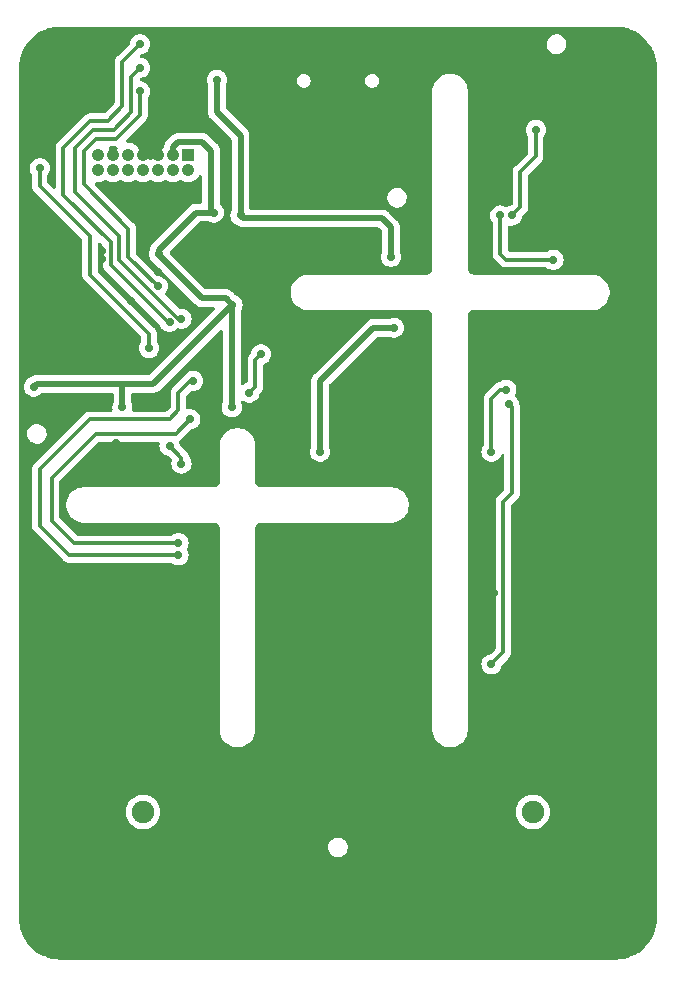
<source format=gbl>
%TF.GenerationSoftware,KiCad,Pcbnew,7.0.8*%
%TF.CreationDate,2024-04-22T21:24:50+09:00*%
%TF.ProjectId,MixedSignalKicad,4d697865-6453-4696-976e-616c4b696361,1.0*%
%TF.SameCoordinates,Original*%
%TF.FileFunction,Copper,L2,Bot*%
%TF.FilePolarity,Positive*%
%FSLAX46Y46*%
G04 Gerber Fmt 4.6, Leading zero omitted, Abs format (unit mm)*
G04 Created by KiCad (PCBNEW 7.0.8) date 2024-04-22 21:24:50*
%MOMM*%
%LPD*%
G01*
G04 APERTURE LIST*
%TA.AperFunction,ComponentPad*%
%ADD10C,1.900000*%
%TD*%
%TA.AperFunction,ComponentPad*%
%ADD11C,3.000000*%
%TD*%
%TA.AperFunction,ComponentPad*%
%ADD12C,0.800000*%
%TD*%
%TA.AperFunction,ComponentPad*%
%ADD13C,6.400000*%
%TD*%
%TA.AperFunction,ComponentPad*%
%ADD14O,1.000000X2.100000*%
%TD*%
%TA.AperFunction,ComponentPad*%
%ADD15O,1.000000X1.600000*%
%TD*%
%TA.AperFunction,ComponentPad*%
%ADD16R,1.070000X1.070000*%
%TD*%
%TA.AperFunction,ComponentPad*%
%ADD17C,1.070000*%
%TD*%
%TA.AperFunction,ViaPad*%
%ADD18C,0.700000*%
%TD*%
%TA.AperFunction,ViaPad*%
%ADD19C,0.800000*%
%TD*%
%TA.AperFunction,Conductor*%
%ADD20C,0.300000*%
%TD*%
%TA.AperFunction,Conductor*%
%ADD21C,0.500000*%
%TD*%
G04 APERTURE END LIST*
D10*
%TO.P,J300,1,In*%
%TO.N,/ADC/IN*%
X164000000Y-117000000D03*
D11*
%TO.P,J300,2,Ext*%
%TO.N,GND*%
X169080000Y-122080000D03*
D10*
X166540000Y-117000000D03*
D11*
X158920000Y-122080000D03*
%TD*%
D12*
%TO.P,H2,1,1*%
%TO.N,GND*%
X170000000Y-52600000D03*
X171697056Y-53302944D03*
X168302944Y-53302944D03*
X172400000Y-55000000D03*
D13*
X170000000Y-55000000D03*
D12*
X167600000Y-55000000D03*
X171697056Y-56697056D03*
X168302944Y-56697056D03*
X170000000Y-57400000D03*
%TD*%
D10*
%TO.P,J400,1,In*%
%TO.N,/DAC/OUT*%
X131000000Y-117000000D03*
D11*
%TO.P,J400,2,Ext*%
%TO.N,GND*%
X136080000Y-122080000D03*
D10*
X133540000Y-117000000D03*
D11*
X125920000Y-122080000D03*
%TD*%
D14*
%TO.P,J200,S1,SHIELD*%
%TO.N,GND*%
X151820000Y-55630000D03*
D15*
X151820000Y-51450000D03*
D14*
X143180000Y-55630000D03*
D15*
X143180000Y-51450000D03*
%TD*%
D16*
%TO.P,J201,1,Pin_1*%
%TO.N,unconnected-(J201-Pin_1-Pad1)*%
X134810000Y-61365000D03*
D17*
%TO.P,J201,2,Pin_2*%
%TO.N,unconnected-(J201-Pin_2-Pad2)*%
X134810000Y-62635000D03*
%TO.P,J201,3,Pin_3*%
%TO.N,+3V3*%
X133540000Y-61365000D03*
%TO.P,J201,4,Pin_4*%
%TO.N,/MCU/CONN_SWDIO*%
X133540000Y-62635000D03*
%TO.P,J201,5,Pin_5*%
%TO.N,GND*%
X132270000Y-61365000D03*
%TO.P,J201,6,Pin_6*%
%TO.N,/MCU/CONN_SWCLK*%
X132270000Y-62635000D03*
%TO.P,J201,7,Pin_7*%
%TO.N,GND*%
X131000000Y-61365000D03*
%TO.P,J201,8,Pin_8*%
%TO.N,/MCU/CONN_SWO*%
X131000000Y-62635000D03*
%TO.P,J201,9,Pin_9*%
%TO.N,unconnected-(J201-Pin_9-Pad9)*%
X129730000Y-61365000D03*
%TO.P,J201,10,Pin_10*%
%TO.N,unconnected-(J201-Pin_10-Pad10)*%
X129730000Y-62635000D03*
%TO.P,J201,11,Pin_11*%
%TO.N,GND*%
X128460000Y-61365000D03*
%TO.P,J201,12,Pin_12*%
%TO.N,/MCU/CONN_NRST*%
X128460000Y-62635000D03*
%TO.P,J201,13,Pin_13*%
%TO.N,unconnected-(J201-Pin_13-Pad13)*%
X127190000Y-61365000D03*
%TO.P,J201,14,Pin_14*%
%TO.N,unconnected-(J201-Pin_14-Pad14)*%
X127190000Y-62635000D03*
%TD*%
D12*
%TO.P,H3,1,1*%
%TO.N,GND*%
X147500000Y-122600000D03*
X149197056Y-123302944D03*
X145802944Y-123302944D03*
X149900000Y-125000000D03*
D13*
X147500000Y-125000000D03*
D12*
X145100000Y-125000000D03*
X149197056Y-126697056D03*
X145802944Y-126697056D03*
X147500000Y-127400000D03*
%TD*%
%TO.P,H1,1,1*%
%TO.N,GND*%
X122600000Y-55000000D03*
X123302944Y-53302944D03*
X123302944Y-56697056D03*
X125000000Y-52600000D03*
D13*
X125000000Y-55000000D03*
D12*
X125000000Y-57400000D03*
X126697056Y-53302944D03*
X126697056Y-56697056D03*
X127400000Y-55000000D03*
%TD*%
D18*
%TO.N,GND*%
X159250000Y-82250000D03*
D19*
X122500000Y-107500000D03*
X172500000Y-125000000D03*
X125000000Y-72500000D03*
D18*
X134750000Y-69500000D03*
D19*
X172500000Y-110000000D03*
X165000000Y-120000000D03*
X142500000Y-122500000D03*
D18*
X152250000Y-88750000D03*
D19*
X145000000Y-65000000D03*
X125000000Y-115000000D03*
D18*
X127500000Y-70199503D03*
X133250000Y-111750000D03*
D19*
X140000000Y-117500000D03*
X135000000Y-125000000D03*
X122500000Y-115000000D03*
X167500000Y-127500000D03*
X157500000Y-125000000D03*
D18*
X146862500Y-112362500D03*
D19*
X137500000Y-125000000D03*
X147500000Y-105000000D03*
X150000000Y-117500000D03*
X127500000Y-115000000D03*
X135000000Y-100000000D03*
D18*
X127250000Y-78000000D03*
X142000000Y-95250000D03*
D19*
X170000000Y-112500000D03*
X122500000Y-112500000D03*
X155000000Y-122500000D03*
X125000000Y-117500000D03*
X122500000Y-120000000D03*
X172500000Y-115000000D03*
X140000000Y-127500000D03*
X170000000Y-117500000D03*
X145000000Y-105000000D03*
X142500000Y-112500000D03*
X170000000Y-100000000D03*
X142500000Y-127500000D03*
X155000000Y-65000000D03*
X145000000Y-120000000D03*
X162500000Y-115000000D03*
X142500000Y-62500000D03*
D18*
X142000000Y-96250000D03*
D19*
X152500000Y-95000000D03*
X172500000Y-122500000D03*
X142500000Y-125000000D03*
X140000000Y-125000000D03*
D18*
X128750000Y-85750000D03*
X127750000Y-82750000D03*
D19*
X170000000Y-127500000D03*
D18*
X145000000Y-59817500D03*
D19*
X160000000Y-117500000D03*
X165000000Y-125000000D03*
D18*
X143250000Y-97250000D03*
D19*
X122500000Y-110000000D03*
X122500000Y-127500000D03*
X125000000Y-112500000D03*
X150000000Y-105000000D03*
X165000000Y-127500000D03*
X125000000Y-120000000D03*
X122500000Y-100000000D03*
X167500000Y-125000000D03*
X152500000Y-102500000D03*
D18*
X127500000Y-69500000D03*
D19*
X165000000Y-77500000D03*
X172500000Y-95000000D03*
X125000000Y-110000000D03*
D18*
X152500000Y-115250000D03*
D19*
X170000000Y-115000000D03*
X155000000Y-62500000D03*
X122500000Y-125000000D03*
X172500000Y-102500000D03*
D18*
X162250000Y-62000000D03*
D19*
X155000000Y-127500000D03*
X125000000Y-97500000D03*
X135000000Y-112500000D03*
X170000000Y-105000000D03*
X150000000Y-100000000D03*
X132500000Y-122500000D03*
X170000000Y-85000000D03*
X160000000Y-127500000D03*
D18*
X129500000Y-87250000D03*
D19*
X152500000Y-125000000D03*
X160000000Y-115000000D03*
X152500000Y-127500000D03*
X160000000Y-57500000D03*
D18*
X147500000Y-59047500D03*
D19*
X135000000Y-127500000D03*
D18*
X153000000Y-56500000D03*
X162500000Y-92000000D03*
X160750000Y-98500000D03*
D19*
X125000000Y-100000000D03*
D18*
X132000000Y-97500000D03*
D19*
X122500000Y-117500000D03*
X170000000Y-87500000D03*
X142500000Y-87500000D03*
X150000000Y-95000000D03*
D18*
X125250000Y-82650000D03*
X122250000Y-59250000D03*
X163265000Y-55000000D03*
D19*
X167500000Y-85000000D03*
X135000000Y-120000000D03*
D18*
X152500000Y-86770000D03*
X174000000Y-82250000D03*
D19*
X125000000Y-107500000D03*
D18*
X164000000Y-83000000D03*
D19*
X132500000Y-125000000D03*
D18*
X174000000Y-77500000D03*
D19*
X132500000Y-127500000D03*
X155000000Y-60000000D03*
D18*
X160750000Y-89250000D03*
X164500000Y-64750000D03*
D19*
X155000000Y-125000000D03*
X125000000Y-102500000D03*
X130000000Y-125000000D03*
X162500000Y-122500000D03*
D18*
X130000000Y-73750000D03*
D19*
X160000000Y-80000000D03*
X170000000Y-77500000D03*
X157500000Y-120000000D03*
D18*
X131000000Y-69500000D03*
D19*
X137500000Y-115000000D03*
X140000000Y-122500000D03*
X165000000Y-122500000D03*
X145000000Y-117500000D03*
D18*
X166247176Y-82508473D03*
X127000000Y-89000000D03*
D19*
X172500000Y-97500000D03*
X172500000Y-107500000D03*
X167500000Y-120000000D03*
X142500000Y-115000000D03*
D18*
X167250000Y-113000000D03*
X133250000Y-97250000D03*
D19*
X170000000Y-107500000D03*
D18*
X131250000Y-79250000D03*
D19*
X172500000Y-120000000D03*
X160000000Y-60000000D03*
D18*
X122400000Y-78900000D03*
D19*
X157500000Y-115000000D03*
D18*
X139500000Y-58000000D03*
X144250000Y-59297500D03*
D19*
X162500000Y-77500000D03*
X150000000Y-65000000D03*
X170000000Y-92500000D03*
X152500000Y-112500000D03*
X172500000Y-112500000D03*
D18*
X151000000Y-86770000D03*
D19*
X167500000Y-77500000D03*
D18*
X124000000Y-69500000D03*
X142000000Y-98250000D03*
X134250000Y-55000000D03*
X143250000Y-98250000D03*
X150250000Y-59297500D03*
D19*
X127500000Y-120000000D03*
X170000000Y-97500000D03*
X155000000Y-120000000D03*
X172500000Y-87500000D03*
X127500000Y-117500000D03*
X172500000Y-85000000D03*
D18*
X153250000Y-87250000D03*
D19*
X125000000Y-127500000D03*
X172500000Y-100000000D03*
X142500000Y-120000000D03*
X152500000Y-100000000D03*
D18*
X162500000Y-97750000D03*
D19*
X122500000Y-122500000D03*
D18*
X165250000Y-107000000D03*
D19*
X170000000Y-102500000D03*
X147500000Y-102500000D03*
X122500000Y-95000000D03*
X150000000Y-97500000D03*
X152500000Y-122500000D03*
X130000000Y-120000000D03*
D18*
X162250000Y-61250000D03*
D19*
X172500000Y-117500000D03*
X127500000Y-127500000D03*
D18*
X123900000Y-74400000D03*
D19*
X172500000Y-105000000D03*
D18*
X162250000Y-67750000D03*
D19*
X172500000Y-90000000D03*
X150000000Y-70000000D03*
X155000000Y-115000000D03*
X157500000Y-127500000D03*
X170000000Y-125000000D03*
X137500000Y-127500000D03*
D18*
X165250000Y-109750000D03*
X133750000Y-69750000D03*
D19*
X125000000Y-125000000D03*
D18*
X132000000Y-103250000D03*
X164500000Y-63750000D03*
D19*
X172500000Y-127500000D03*
X135000000Y-115000000D03*
D18*
X162250000Y-68750000D03*
D19*
X170000000Y-110000000D03*
D18*
X160265000Y-55000000D03*
D19*
X170000000Y-90000000D03*
X125000000Y-70000000D03*
X157500000Y-117500000D03*
X132500000Y-120000000D03*
X152500000Y-105000000D03*
X162500000Y-57500000D03*
X152500000Y-62500000D03*
D18*
X127750000Y-74250000D03*
X139750000Y-76125500D03*
X168500000Y-83750000D03*
D19*
X122500000Y-102500000D03*
D18*
X132250000Y-71250000D03*
D19*
X135000000Y-97500000D03*
X150000000Y-102500000D03*
X135000000Y-105000000D03*
D18*
X122750000Y-83750000D03*
D19*
X125000000Y-105000000D03*
D18*
X133750000Y-113000000D03*
D19*
X130000000Y-122500000D03*
X152500000Y-120000000D03*
X170000000Y-120000000D03*
X130000000Y-127500000D03*
X162500000Y-125000000D03*
D18*
X142000000Y-97250000D03*
D19*
X122500000Y-97500000D03*
X160000000Y-120000000D03*
X167500000Y-115000000D03*
X152500000Y-97500000D03*
D18*
X130500000Y-59750000D03*
D19*
X137500000Y-117500000D03*
X122500000Y-105000000D03*
D18*
X132750000Y-59750000D03*
D19*
X160000000Y-67500000D03*
X135000000Y-107500000D03*
D18*
X146250000Y-109750000D03*
D19*
X170000000Y-95000000D03*
D18*
X131750000Y-59750000D03*
X137250000Y-69500000D03*
D19*
X172500000Y-92500000D03*
X162500000Y-60000000D03*
X150000000Y-120000000D03*
D18*
X163250000Y-105000000D03*
D19*
X155000000Y-67500000D03*
X162500000Y-127500000D03*
X162500000Y-120000000D03*
X127500000Y-125000000D03*
X140000000Y-115000000D03*
X135000000Y-102500000D03*
D18*
X136000000Y-84750000D03*
D19*
X155000000Y-117500000D03*
X160000000Y-125000000D03*
X152500000Y-117500000D03*
X122500000Y-70000000D03*
X140000000Y-120000000D03*
D18*
X142000000Y-57047500D03*
D19*
X142500000Y-117500000D03*
D18*
%TO.N,+5V*%
X162250000Y-66500000D03*
X164250000Y-59250000D03*
%TO.N,+3V3*%
X137250000Y-55000000D03*
X121750000Y-81000000D03*
X138500000Y-82750000D03*
X129250000Y-82750000D03*
X139250000Y-66500000D03*
X152000000Y-70000000D03*
X138565516Y-74065516D03*
X137000000Y-66250000D03*
X132350497Y-69750000D03*
%TO.N,/MCU/NRST*%
X122250000Y-62500000D03*
X131500000Y-77750000D03*
%TO.N,/ADC/ADC_VREF*%
X161760050Y-81250000D03*
X160500000Y-86500000D03*
%TO.N,SPI2_NSS*%
X141000000Y-78250000D03*
X140000000Y-81500000D03*
%TO.N,SPI1_NSS*%
X133244978Y-86000698D03*
X134250000Y-87500000D03*
%TO.N,/MCU/TIM4_CH3*%
X132250000Y-72500000D03*
X130750000Y-56000000D03*
%TO.N,/MCU/TIM4_CH1*%
X134250000Y-75250000D03*
X130750000Y-54000000D03*
%TO.N,/MCU/TIM4_CH2*%
X130750000Y-52000000D03*
X133250000Y-75500000D03*
%TO.N,VCOM*%
X162000000Y-82500000D03*
X160500000Y-104500000D03*
%TO.N,DAC_NCLR*%
X135000000Y-83750000D03*
X134000000Y-94250000D03*
%TO.N,DAC_NLDAC*%
X134000000Y-95250000D03*
X135250000Y-80500000D03*
%TO.N,/Power/Buck-3.3V*%
X161250000Y-66500000D03*
X165750000Y-70250000D03*
%TO.N,Net-(R101-Pad1)*%
X146000000Y-86500000D03*
X152250000Y-76000000D03*
%TD*%
D20*
%TO.N,GND*%
X149900000Y-124005888D02*
X149900000Y-125000000D01*
X170994112Y-57400000D02*
X170000000Y-57400000D01*
X170000000Y-57400000D02*
X169005888Y-57400000D01*
X171697056Y-56697056D02*
X170994112Y-57400000D01*
X127400000Y-55994112D02*
X126697056Y-56697056D01*
X123302944Y-56697056D02*
X122600000Y-55994112D01*
X148494112Y-122600000D02*
X149197056Y-123302944D01*
X122600000Y-54005888D02*
X122600000Y-55000000D01*
X170994112Y-52600000D02*
X171697056Y-53302944D01*
X167600000Y-55994112D02*
X167600000Y-55000000D01*
X147500000Y-127400000D02*
X146505888Y-127400000D01*
X168302944Y-53302944D02*
X169005888Y-52600000D01*
X172400000Y-55994112D02*
X171697056Y-56697056D01*
X123302944Y-53302944D02*
X122600000Y-54005888D01*
X171697056Y-53302944D02*
X172400000Y-54005888D01*
X127400000Y-55000000D02*
X127400000Y-55994112D01*
X125000000Y-52600000D02*
X125994112Y-52600000D01*
X149197056Y-123302944D02*
X149900000Y-124005888D01*
X124005888Y-57400000D02*
X123302944Y-56697056D01*
X145100000Y-125000000D02*
X145100000Y-124005888D01*
X125000000Y-57400000D02*
X124005888Y-57400000D01*
X149900000Y-125000000D02*
X149900000Y-125994112D01*
X168302944Y-56697056D02*
X167600000Y-55994112D01*
X172400000Y-54005888D02*
X172400000Y-55000000D01*
X147500000Y-122600000D02*
X148494112Y-122600000D01*
X146505888Y-127400000D02*
X145802944Y-126697056D01*
X123302944Y-53302944D02*
X124005888Y-52600000D01*
X145100000Y-125994112D02*
X145100000Y-125000000D01*
X149900000Y-125994112D02*
X149197056Y-126697056D01*
X167600000Y-54005888D02*
X168302944Y-53302944D01*
X124005888Y-52600000D02*
X125000000Y-52600000D01*
X146505888Y-122600000D02*
X147500000Y-122600000D01*
X169005888Y-52600000D02*
X170000000Y-52600000D01*
X169005888Y-57400000D02*
X168302944Y-56697056D01*
X167600000Y-55000000D02*
X167600000Y-54005888D01*
X145802944Y-126697056D02*
X145100000Y-125994112D01*
X145802944Y-123302944D02*
X146505888Y-122600000D01*
X125994112Y-52600000D02*
X126697056Y-53302944D01*
X170000000Y-52600000D02*
X170994112Y-52600000D01*
X125994112Y-57400000D02*
X125000000Y-57400000D01*
X126697056Y-56697056D02*
X125994112Y-57400000D01*
X172400000Y-55000000D02*
X172400000Y-55994112D01*
X122600000Y-55994112D02*
X122600000Y-55000000D01*
X145100000Y-124005888D02*
X145802944Y-123302944D01*
%TO.N,+5V*%
X162250000Y-66500000D02*
X162950000Y-65800000D01*
X162950000Y-65800000D02*
X162950000Y-62800000D01*
X162950000Y-62800000D02*
X164000000Y-61750000D01*
X164000000Y-61750000D02*
X164250000Y-61500000D01*
X164250000Y-61500000D02*
X164250000Y-59250000D01*
D21*
%TO.N,+3V3*%
X139500000Y-66750000D02*
X139250000Y-66500000D01*
X135500000Y-66250000D02*
X137000000Y-66250000D01*
X136000000Y-60250000D02*
X134000000Y-60250000D01*
X121750000Y-81000000D02*
X122000000Y-80750000D01*
X134000000Y-60250000D02*
X133540000Y-60710000D01*
X129250000Y-82750000D02*
X129250000Y-80750000D01*
X136750000Y-61000000D02*
X136000000Y-60250000D01*
X122000000Y-80750000D02*
X129250000Y-80750000D01*
X151250000Y-66750000D02*
X139500000Y-66750000D01*
X138565516Y-74065516D02*
X138500000Y-74131032D01*
X138565516Y-74065516D02*
X131881032Y-80750000D01*
X138500000Y-74131032D02*
X138500000Y-82750000D01*
X132350497Y-69850497D02*
X136000000Y-73500000D01*
X139250000Y-59750000D02*
X137250000Y-57750000D01*
X152000000Y-67500000D02*
X151250000Y-66750000D01*
X132350497Y-69750000D02*
X132350497Y-69850497D01*
X139250000Y-66500000D02*
X139250000Y-59750000D01*
X137000000Y-66250000D02*
X136750000Y-66000000D01*
X137250000Y-57750000D02*
X137250000Y-55000000D01*
X136000000Y-73500000D02*
X138000000Y-73500000D01*
X132350497Y-69750000D02*
X132350497Y-69399503D01*
X138000000Y-73500000D02*
X138565516Y-74065516D01*
X136750000Y-66000000D02*
X136750000Y-61000000D01*
X133540000Y-60710000D02*
X133540000Y-61365000D01*
X132350497Y-69399503D02*
X135500000Y-66250000D01*
X131881032Y-80750000D02*
X129250000Y-80750000D01*
X152000000Y-70000000D02*
X152000000Y-67500000D01*
D20*
%TO.N,/MCU/NRST*%
X122250000Y-64000000D02*
X122250000Y-62500000D01*
X131500000Y-77750000D02*
X131500000Y-76500000D01*
X126500000Y-68250000D02*
X122250000Y-64000000D01*
X126500000Y-71500000D02*
X126500000Y-68250000D01*
X131500000Y-76500000D02*
X126500000Y-71500000D01*
%TO.N,/ADC/ADC_VREF*%
X161250000Y-81250000D02*
X160500000Y-82000000D01*
X161760050Y-81250000D02*
X161250000Y-81250000D01*
X160500000Y-82000000D02*
X160500000Y-86500000D01*
%TO.N,SPI2_NSS*%
X140500000Y-81000000D02*
X140000000Y-81500000D01*
X140500000Y-78750000D02*
X140500000Y-81000000D01*
X141000000Y-78250000D02*
X140500000Y-78750000D01*
%TO.N,SPI1_NSS*%
X134250000Y-87500000D02*
X134250000Y-87005720D01*
X134250000Y-87005720D02*
X133244978Y-86000698D01*
%TO.N,/MCU/TIM4_CH3*%
X129750000Y-67625000D02*
X126000000Y-63875000D01*
X128750000Y-60000000D02*
X130750000Y-58000000D01*
X126000000Y-63875000D02*
X126000000Y-61000000D01*
X127000000Y-60000000D02*
X128750000Y-60000000D01*
X129750000Y-70000000D02*
X129750000Y-67625000D01*
X132250000Y-72500000D02*
X129750000Y-70000000D01*
X130750000Y-58000000D02*
X130750000Y-56000000D01*
X126000000Y-61000000D02*
X127000000Y-60000000D01*
%TO.N,/MCU/TIM4_CH1*%
X130000000Y-54750000D02*
X130750000Y-54000000D01*
X130000000Y-57750000D02*
X130000000Y-54750000D01*
X134000000Y-75250000D02*
X129000000Y-70250000D01*
X125250000Y-64500000D02*
X125250000Y-60750000D01*
X126750000Y-59250000D02*
X128500000Y-59250000D01*
X134250000Y-75250000D02*
X134000000Y-75250000D01*
X129000000Y-70250000D02*
X129000000Y-68250000D01*
X128500000Y-59250000D02*
X130000000Y-57750000D01*
X129000000Y-68250000D02*
X125250000Y-64500000D01*
X125250000Y-60750000D02*
X126750000Y-59250000D01*
%TO.N,/MCU/TIM4_CH2*%
X128000000Y-58500000D02*
X129250000Y-57250000D01*
X126500000Y-58500000D02*
X128000000Y-58500000D01*
X129250000Y-53500000D02*
X130750000Y-52000000D01*
X124250000Y-64750000D02*
X124250000Y-60750000D01*
X128250000Y-68750000D02*
X124250000Y-64750000D01*
X124250000Y-60750000D02*
X126500000Y-58500000D01*
X133250000Y-75500000D02*
X133074620Y-75500000D01*
X133074620Y-75500000D02*
X128250000Y-70675380D01*
X128250000Y-70675380D02*
X128250000Y-68750000D01*
X129250000Y-57250000D02*
X129250000Y-53500000D01*
%TO.N,VCOM*%
X162250000Y-90000000D02*
X161500000Y-90750000D01*
X162250000Y-82750000D02*
X162250000Y-90000000D01*
X162000000Y-82500000D02*
X162250000Y-82750000D01*
X161500000Y-103500000D02*
X160500000Y-104500000D01*
X161500000Y-90750000D02*
X161500000Y-103500000D01*
%TO.N,DAC_NCLR*%
X134000000Y-94250000D02*
X125125000Y-94250000D01*
X123250000Y-88750000D02*
X127000000Y-85000000D01*
X127000000Y-85000000D02*
X133750000Y-85000000D01*
X125125000Y-94250000D02*
X123250000Y-92375000D01*
X133750000Y-85000000D02*
X135000000Y-83750000D01*
X123250000Y-92375000D02*
X123250000Y-88750000D01*
%TO.N,DAC_NLDAC*%
X122250000Y-88000000D02*
X122250000Y-92750000D01*
X134000000Y-81500000D02*
X134000000Y-83000000D01*
X133250000Y-83750000D02*
X126500000Y-83750000D01*
X135250000Y-80500000D02*
X135000000Y-80500000D01*
X135000000Y-80500000D02*
X134000000Y-81500000D01*
X124750000Y-95250000D02*
X134000000Y-95250000D01*
X126500000Y-83750000D02*
X122250000Y-88000000D01*
X134000000Y-83000000D02*
X133250000Y-83750000D01*
X122250000Y-92750000D02*
X124750000Y-95250000D01*
%TO.N,/Power/Buck-3.3V*%
X161250000Y-69750000D02*
X161250000Y-66500000D01*
X165750000Y-70250000D02*
X161750000Y-70250000D01*
X161750000Y-70250000D02*
X161250000Y-69750000D01*
D21*
%TO.N,Net-(R101-Pad1)*%
X146000000Y-80500000D02*
X150500000Y-76000000D01*
X150500000Y-76000000D02*
X152250000Y-76000000D01*
X146000000Y-86500000D02*
X146000000Y-80500000D01*
%TD*%
%TA.AperFunction,Conductor*%
%TO.N,GND*%
G36*
X128678912Y-60652396D02*
G01*
X128678961Y-60651878D01*
X128697626Y-60653642D01*
X128697380Y-60656237D01*
X128758320Y-60670524D01*
X128814549Y-60723317D01*
X128836848Y-60797151D01*
X128819328Y-60872083D01*
X128768695Y-60966809D01*
X128709483Y-61162003D01*
X128689490Y-61365001D01*
X128696766Y-61438880D01*
X128684201Y-61514978D01*
X128635271Y-61574598D01*
X128563086Y-61601766D01*
X128533880Y-61601766D01*
X128471743Y-61595646D01*
X128460000Y-61594490D01*
X128459999Y-61594490D01*
X128386119Y-61601766D01*
X128310021Y-61589201D01*
X128250401Y-61540271D01*
X128223233Y-61468086D01*
X128223234Y-61438878D01*
X128226069Y-61410090D01*
X128230510Y-61365000D01*
X128210517Y-61162007D01*
X128208957Y-61156866D01*
X128168039Y-61021977D01*
X128151306Y-60966814D01*
X128099418Y-60869739D01*
X128081904Y-60794625D01*
X128104293Y-60720818D01*
X128160585Y-60668094D01*
X128230824Y-60650500D01*
X128661734Y-60650500D01*
X128678912Y-60652396D01*
G37*
%TD.AperFunction*%
%TA.AperFunction,Conductor*%
G36*
X171001818Y-50500590D02*
G01*
X171339360Y-50517172D01*
X171346631Y-50517888D01*
X171679103Y-50567205D01*
X171686265Y-50568631D01*
X171880966Y-50617400D01*
X172012309Y-50650300D01*
X172019293Y-50652418D01*
X172335762Y-50765653D01*
X172342515Y-50768451D01*
X172646356Y-50912157D01*
X172652786Y-50915595D01*
X172941087Y-51088395D01*
X172947151Y-51092447D01*
X173210327Y-51287632D01*
X173217116Y-51292667D01*
X173222771Y-51297308D01*
X173471806Y-51523020D01*
X173476978Y-51528192D01*
X173551647Y-51610577D01*
X173702691Y-51777228D01*
X173707331Y-51782882D01*
X173868357Y-52000000D01*
X173907545Y-52052838D01*
X173911609Y-52058920D01*
X174084402Y-52347209D01*
X174087845Y-52353651D01*
X174104765Y-52389423D01*
X174231548Y-52657485D01*
X174234348Y-52664243D01*
X174347578Y-52980698D01*
X174349702Y-52987699D01*
X174431368Y-53313734D01*
X174432796Y-53320909D01*
X174482110Y-53653358D01*
X174482827Y-53660638D01*
X174499410Y-53998182D01*
X174499500Y-54001838D01*
X174499500Y-125998161D01*
X174499410Y-126001817D01*
X174482827Y-126339361D01*
X174482110Y-126346641D01*
X174432796Y-126679090D01*
X174431368Y-126686265D01*
X174349702Y-127012300D01*
X174347578Y-127019301D01*
X174234348Y-127335756D01*
X174231548Y-127342514D01*
X174087851Y-127646338D01*
X174084402Y-127652790D01*
X173911609Y-127941079D01*
X173907545Y-127947161D01*
X173707332Y-128217116D01*
X173702691Y-128222771D01*
X173476979Y-128471806D01*
X173471806Y-128476979D01*
X173222771Y-128702691D01*
X173217116Y-128707332D01*
X172947161Y-128907545D01*
X172941079Y-128911609D01*
X172652790Y-129084402D01*
X172646338Y-129087851D01*
X172342514Y-129231548D01*
X172335756Y-129234348D01*
X172019301Y-129347578D01*
X172012300Y-129349702D01*
X171686265Y-129431368D01*
X171679090Y-129432796D01*
X171346641Y-129482110D01*
X171339361Y-129482827D01*
X171001818Y-129499410D01*
X170998162Y-129499500D01*
X124001838Y-129499500D01*
X123998182Y-129499410D01*
X123660638Y-129482827D01*
X123653358Y-129482110D01*
X123320909Y-129432796D01*
X123313734Y-129431368D01*
X122987699Y-129349702D01*
X122980698Y-129347578D01*
X122664243Y-129234348D01*
X122657485Y-129231548D01*
X122505573Y-129159699D01*
X122353651Y-129087845D01*
X122347209Y-129084402D01*
X122058920Y-128911609D01*
X122052843Y-128907548D01*
X121782882Y-128707331D01*
X121777228Y-128702691D01*
X121528193Y-128476979D01*
X121523020Y-128471806D01*
X121476447Y-128420421D01*
X121297307Y-128222770D01*
X121292667Y-128217116D01*
X121191034Y-128080080D01*
X121092447Y-127947151D01*
X121088395Y-127941087D01*
X120915595Y-127652786D01*
X120912157Y-127646356D01*
X120768451Y-127342514D01*
X120765651Y-127335756D01*
X120652421Y-127019301D01*
X120650300Y-127012309D01*
X120617400Y-126880966D01*
X120568631Y-126686265D01*
X120567205Y-126679103D01*
X120517888Y-126346631D01*
X120517172Y-126339360D01*
X120500590Y-126001817D01*
X120500500Y-125998161D01*
X120500500Y-119954991D01*
X146669844Y-119954991D01*
X146679577Y-120134495D01*
X146679578Y-120134500D01*
X146727672Y-120307720D01*
X146727672Y-120307721D01*
X146811881Y-120466556D01*
X146811882Y-120466558D01*
X146928262Y-120603571D01*
X146928265Y-120603574D01*
X147071382Y-120712369D01*
X147234541Y-120787854D01*
X147410113Y-120826500D01*
X147410118Y-120826500D01*
X147544807Y-120826500D01*
X147544816Y-120826500D01*
X147678721Y-120811937D01*
X147762468Y-120783719D01*
X147849083Y-120754536D01*
X147849090Y-120754532D01*
X148003121Y-120661854D01*
X148003120Y-120661854D01*
X148003126Y-120661851D01*
X148133642Y-120538220D01*
X148234529Y-120389423D01*
X148301070Y-120222416D01*
X148330155Y-120045010D01*
X148320422Y-119865499D01*
X148272327Y-119692277D01*
X148188119Y-119533444D01*
X148188117Y-119533442D01*
X148188117Y-119533441D01*
X148071737Y-119396428D01*
X148071736Y-119396427D01*
X148071735Y-119396426D01*
X147995068Y-119338145D01*
X147928620Y-119287632D01*
X147928616Y-119287630D01*
X147765459Y-119212146D01*
X147589887Y-119173500D01*
X147455184Y-119173500D01*
X147455183Y-119173500D01*
X147321275Y-119188063D01*
X147321273Y-119188064D01*
X147150916Y-119245463D01*
X147150909Y-119245467D01*
X146996878Y-119338145D01*
X146935349Y-119396428D01*
X146866358Y-119461780D01*
X146765471Y-119610577D01*
X146765469Y-119610579D01*
X146765469Y-119610581D01*
X146698930Y-119777583D01*
X146669845Y-119954990D01*
X146669844Y-119954991D01*
X120500500Y-119954991D01*
X120500500Y-117000000D01*
X129544529Y-117000000D01*
X129564380Y-117239564D01*
X129623390Y-117472593D01*
X129719948Y-117692722D01*
X129719951Y-117692728D01*
X129816546Y-117840577D01*
X129851428Y-117893968D01*
X130014238Y-118070827D01*
X130014240Y-118070829D01*
X130109084Y-118144648D01*
X130203933Y-118218472D01*
X130415344Y-118332882D01*
X130642703Y-118410934D01*
X130879808Y-118450500D01*
X130879811Y-118450500D01*
X131120189Y-118450500D01*
X131120192Y-118450500D01*
X131357297Y-118410934D01*
X131584656Y-118332882D01*
X131796067Y-118218472D01*
X131985764Y-118070825D01*
X132148571Y-117893969D01*
X132280049Y-117692728D01*
X132376610Y-117472591D01*
X132435620Y-117239563D01*
X132455471Y-117000000D01*
X162544529Y-117000000D01*
X162564380Y-117239564D01*
X162623390Y-117472593D01*
X162719948Y-117692722D01*
X162719951Y-117692728D01*
X162816546Y-117840577D01*
X162851428Y-117893968D01*
X163014238Y-118070827D01*
X163014240Y-118070829D01*
X163109084Y-118144648D01*
X163203933Y-118218472D01*
X163415344Y-118332882D01*
X163642703Y-118410934D01*
X163879808Y-118450500D01*
X163879811Y-118450500D01*
X164120189Y-118450500D01*
X164120192Y-118450500D01*
X164357297Y-118410934D01*
X164584656Y-118332882D01*
X164796067Y-118218472D01*
X164985764Y-118070825D01*
X165148571Y-117893969D01*
X165280049Y-117692728D01*
X165376610Y-117472591D01*
X165435620Y-117239563D01*
X165455471Y-117000000D01*
X165435620Y-116760437D01*
X165376610Y-116527409D01*
X165280049Y-116307272D01*
X165148571Y-116106031D01*
X164985764Y-115929175D01*
X164985763Y-115929174D01*
X164985761Y-115929172D01*
X164985759Y-115929170D01*
X164867203Y-115836895D01*
X164796067Y-115781528D01*
X164768144Y-115766417D01*
X164584657Y-115667118D01*
X164357300Y-115589067D01*
X164357299Y-115589066D01*
X164357297Y-115589066D01*
X164120192Y-115549500D01*
X163879808Y-115549500D01*
X163642703Y-115589066D01*
X163642701Y-115589066D01*
X163642699Y-115589067D01*
X163415342Y-115667118D01*
X163203934Y-115781527D01*
X163203929Y-115781531D01*
X163014240Y-115929170D01*
X163014238Y-115929172D01*
X162851428Y-116106031D01*
X162719950Y-116307274D01*
X162719948Y-116307277D01*
X162623390Y-116527406D01*
X162564380Y-116760435D01*
X162544529Y-116999999D01*
X162544529Y-117000000D01*
X132455471Y-117000000D01*
X132435620Y-116760437D01*
X132376610Y-116527409D01*
X132280049Y-116307272D01*
X132148571Y-116106031D01*
X131985764Y-115929175D01*
X131985763Y-115929174D01*
X131985761Y-115929172D01*
X131985759Y-115929170D01*
X131867203Y-115836895D01*
X131796067Y-115781528D01*
X131768144Y-115766417D01*
X131584657Y-115667118D01*
X131357300Y-115589067D01*
X131357299Y-115589066D01*
X131357297Y-115589066D01*
X131120192Y-115549500D01*
X130879808Y-115549500D01*
X130642703Y-115589066D01*
X130642701Y-115589066D01*
X130642699Y-115589067D01*
X130415342Y-115667118D01*
X130203934Y-115781527D01*
X130203929Y-115781531D01*
X130014240Y-115929170D01*
X130014238Y-115929172D01*
X129851428Y-116106031D01*
X129719950Y-116307274D01*
X129719948Y-116307277D01*
X129623390Y-116527406D01*
X129564380Y-116760435D01*
X129544529Y-116999999D01*
X129544529Y-117000000D01*
X120500500Y-117000000D01*
X120500500Y-84954991D01*
X121169844Y-84954991D01*
X121179577Y-85134495D01*
X121179578Y-85134500D01*
X121227672Y-85307720D01*
X121227672Y-85307721D01*
X121311881Y-85466556D01*
X121311882Y-85466558D01*
X121428262Y-85603571D01*
X121428265Y-85603574D01*
X121531228Y-85681844D01*
X121547403Y-85694141D01*
X121571382Y-85712369D01*
X121734541Y-85787854D01*
X121910113Y-85826500D01*
X121910118Y-85826500D01*
X122044807Y-85826500D01*
X122044816Y-85826500D01*
X122178721Y-85811937D01*
X122262468Y-85783719D01*
X122349083Y-85754536D01*
X122349090Y-85754532D01*
X122449460Y-85694141D01*
X122503126Y-85661851D01*
X122633642Y-85538220D01*
X122734529Y-85389423D01*
X122801070Y-85222416D01*
X122830155Y-85045010D01*
X122828934Y-85022499D01*
X122820422Y-84865504D01*
X122820422Y-84865499D01*
X122772327Y-84692277D01*
X122688119Y-84533444D01*
X122688117Y-84533442D01*
X122688117Y-84533441D01*
X122571737Y-84396428D01*
X122571736Y-84396427D01*
X122571735Y-84396426D01*
X122495068Y-84338145D01*
X122428620Y-84287632D01*
X122428616Y-84287630D01*
X122265459Y-84212146D01*
X122089887Y-84173500D01*
X121955184Y-84173500D01*
X121955183Y-84173500D01*
X121821275Y-84188063D01*
X121821273Y-84188064D01*
X121650916Y-84245463D01*
X121650909Y-84245467D01*
X121496878Y-84338145D01*
X121435349Y-84396428D01*
X121366358Y-84461780D01*
X121265471Y-84610577D01*
X121265469Y-84610579D01*
X121265469Y-84610581D01*
X121198930Y-84777583D01*
X121169845Y-84954990D01*
X121169844Y-84954991D01*
X120500500Y-84954991D01*
X120500500Y-81000000D01*
X120894815Y-81000000D01*
X120913502Y-81177800D01*
X120913503Y-81177803D01*
X120968750Y-81347835D01*
X121015620Y-81429016D01*
X121058143Y-81502669D01*
X121177768Y-81635524D01*
X121177770Y-81635526D01*
X121322407Y-81740612D01*
X121322409Y-81740613D01*
X121322411Y-81740614D01*
X121485724Y-81813325D01*
X121485733Y-81813329D01*
X121634525Y-81844955D01*
X121660608Y-81850500D01*
X121660609Y-81850500D01*
X121839392Y-81850500D01*
X121862089Y-81845675D01*
X122014267Y-81813329D01*
X122177593Y-81740612D01*
X122322230Y-81635526D01*
X122399418Y-81549799D01*
X122464103Y-81507793D01*
X122510147Y-81500500D01*
X128350500Y-81500500D01*
X128425000Y-81520462D01*
X128479538Y-81575000D01*
X128499500Y-81649500D01*
X128499500Y-82308980D01*
X128479539Y-82383478D01*
X128468752Y-82402161D01*
X128468748Y-82402170D01*
X128413502Y-82572199D01*
X128394815Y-82750000D01*
X128414251Y-82934926D01*
X128402185Y-83011104D01*
X128353647Y-83071044D01*
X128281641Y-83098684D01*
X128266067Y-83099500D01*
X126588266Y-83099500D01*
X126571087Y-83097603D01*
X126571038Y-83098122D01*
X126561701Y-83097239D01*
X126491791Y-83099436D01*
X126489783Y-83099500D01*
X126459075Y-83099500D01*
X126459068Y-83099500D01*
X126459065Y-83099501D01*
X126452378Y-83100345D01*
X126445390Y-83100894D01*
X126397434Y-83102401D01*
X126397428Y-83102402D01*
X126378928Y-83107776D01*
X126356047Y-83112514D01*
X126336948Y-83114927D01*
X126336942Y-83114928D01*
X126292325Y-83132592D01*
X126285685Y-83134866D01*
X126239599Y-83148256D01*
X126223021Y-83158060D01*
X126202030Y-83168344D01*
X126184133Y-83175430D01*
X126184125Y-83175434D01*
X126145312Y-83203634D01*
X126139444Y-83207488D01*
X126098133Y-83231919D01*
X126084511Y-83245541D01*
X126066744Y-83260716D01*
X126051163Y-83272037D01*
X126020575Y-83309009D01*
X126015850Y-83314202D01*
X121852434Y-87477618D01*
X121838950Y-87488422D01*
X121839282Y-87488823D01*
X121832059Y-87494798D01*
X121782810Y-87547243D01*
X121761094Y-87568959D01*
X121761080Y-87568975D01*
X121756944Y-87574305D01*
X121752395Y-87579631D01*
X121719551Y-87614607D01*
X121710273Y-87631484D01*
X121697444Y-87651014D01*
X121685638Y-87666235D01*
X121685636Y-87666239D01*
X121666581Y-87710270D01*
X121663494Y-87716572D01*
X121640374Y-87758629D01*
X121640373Y-87758630D01*
X121635581Y-87777294D01*
X121628011Y-87799403D01*
X121620364Y-87817075D01*
X121612859Y-87864460D01*
X121611436Y-87871334D01*
X121599500Y-87917823D01*
X121599500Y-87917825D01*
X121599500Y-87937078D01*
X121597665Y-87960389D01*
X121594653Y-87979403D01*
X121599169Y-88027180D01*
X121599500Y-88034196D01*
X121599500Y-92661734D01*
X121597603Y-92678912D01*
X121598122Y-92678961D01*
X121597239Y-92688297D01*
X121599500Y-92760203D01*
X121599500Y-92790936D01*
X121600346Y-92797633D01*
X121600895Y-92804621D01*
X121602402Y-92852565D01*
X121602402Y-92852568D01*
X121607775Y-92871063D01*
X121612513Y-92893945D01*
X121614927Y-92913052D01*
X121614928Y-92913057D01*
X121632593Y-92957674D01*
X121634866Y-92964315D01*
X121648256Y-93010398D01*
X121648257Y-93010400D01*
X121658058Y-93026973D01*
X121668341Y-93047964D01*
X121675429Y-93065867D01*
X121675432Y-93065872D01*
X121703632Y-93104686D01*
X121707487Y-93110555D01*
X121723236Y-93137184D01*
X121731919Y-93151865D01*
X121731921Y-93151867D01*
X121745533Y-93165479D01*
X121760717Y-93183258D01*
X121772032Y-93198832D01*
X121772034Y-93198834D01*
X121772036Y-93198835D01*
X121772037Y-93198837D01*
X121797233Y-93219681D01*
X121809009Y-93229423D01*
X121814203Y-93234149D01*
X124227615Y-95647561D01*
X124238420Y-95661047D01*
X124238821Y-95660716D01*
X124244795Y-95667937D01*
X124297243Y-95717189D01*
X124318966Y-95738912D01*
X124318974Y-95738918D01*
X124324290Y-95743042D01*
X124329628Y-95747602D01*
X124362838Y-95778787D01*
X124364607Y-95780448D01*
X124381485Y-95789726D01*
X124401011Y-95802552D01*
X124416236Y-95814362D01*
X124449667Y-95828829D01*
X124460278Y-95833421D01*
X124466574Y-95836505D01*
X124508632Y-95859627D01*
X124527283Y-95864415D01*
X124549397Y-95871986D01*
X124567074Y-95879636D01*
X124598443Y-95884604D01*
X124614466Y-95887142D01*
X124621343Y-95888566D01*
X124636463Y-95892448D01*
X124667823Y-95900500D01*
X124687079Y-95900500D01*
X124710386Y-95902334D01*
X124729405Y-95905347D01*
X124763990Y-95902077D01*
X124777181Y-95900831D01*
X124784197Y-95900500D01*
X133399966Y-95900500D01*
X133474466Y-95920462D01*
X133487546Y-95928957D01*
X133572401Y-95990608D01*
X133572407Y-95990612D01*
X133735733Y-96063329D01*
X133884525Y-96094955D01*
X133910608Y-96100500D01*
X133910609Y-96100500D01*
X134089392Y-96100500D01*
X134112089Y-96095675D01*
X134264267Y-96063329D01*
X134427593Y-95990612D01*
X134572230Y-95885526D01*
X134646931Y-95802562D01*
X134691856Y-95752669D01*
X134691857Y-95752667D01*
X134691859Y-95752665D01*
X134781250Y-95597835D01*
X134836497Y-95427803D01*
X134855185Y-95250000D01*
X134836497Y-95072197D01*
X134781250Y-94902165D01*
X134736409Y-94824499D01*
X134716447Y-94750001D01*
X134736409Y-94675501D01*
X134736410Y-94675499D01*
X134781248Y-94597838D01*
X134781250Y-94597834D01*
X134836497Y-94427803D01*
X134855185Y-94250000D01*
X134836497Y-94072197D01*
X134781250Y-93902165D01*
X134691859Y-93747335D01*
X134691858Y-93747334D01*
X134691856Y-93747330D01*
X134572231Y-93614475D01*
X134427593Y-93509388D01*
X134427588Y-93509385D01*
X134264275Y-93436674D01*
X134264271Y-93436672D01*
X134264267Y-93436671D01*
X134147683Y-93411890D01*
X134089392Y-93399500D01*
X134089391Y-93399500D01*
X133910609Y-93399500D01*
X133910608Y-93399500D01*
X133823171Y-93418085D01*
X133735733Y-93436671D01*
X133735730Y-93436672D01*
X133735728Y-93436673D01*
X133572409Y-93509387D01*
X133572402Y-93509391D01*
X133487547Y-93571043D01*
X133415542Y-93598684D01*
X133399967Y-93599500D01*
X125456164Y-93599500D01*
X125381664Y-93579538D01*
X125350805Y-93555859D01*
X123944141Y-92149195D01*
X123905577Y-92082400D01*
X123900500Y-92043836D01*
X123900500Y-91118092D01*
X124499500Y-91118092D01*
X124536447Y-91351368D01*
X124609432Y-91575992D01*
X124716657Y-91786433D01*
X124855483Y-91977510D01*
X125022490Y-92144517D01*
X125213567Y-92283343D01*
X125424008Y-92390568D01*
X125648632Y-92463553D01*
X125881908Y-92500500D01*
X125964201Y-92500500D01*
X136934108Y-92500500D01*
X136995814Y-92500500D01*
X137004162Y-92500969D01*
X137094465Y-92511144D01*
X137126993Y-92518568D01*
X137200878Y-92544421D01*
X137230939Y-92558898D01*
X137297217Y-92600543D01*
X137323304Y-92621346D01*
X137378653Y-92676695D01*
X137399456Y-92702782D01*
X137441101Y-92769060D01*
X137455578Y-92799121D01*
X137481431Y-92873006D01*
X137488855Y-92905532D01*
X137499031Y-92995837D01*
X137499500Y-93004185D01*
X137499500Y-109934108D01*
X137499500Y-110000000D01*
X137499500Y-110118092D01*
X137536447Y-110351368D01*
X137609432Y-110575992D01*
X137716657Y-110786433D01*
X137855483Y-110977510D01*
X138022490Y-111144517D01*
X138213567Y-111283343D01*
X138424008Y-111390568D01*
X138648632Y-111463553D01*
X138881908Y-111500500D01*
X138881913Y-111500500D01*
X139118087Y-111500500D01*
X139118092Y-111500500D01*
X139351368Y-111463553D01*
X139575992Y-111390568D01*
X139786433Y-111283343D01*
X139977510Y-111144517D01*
X140144517Y-110977510D01*
X140283343Y-110786433D01*
X140390568Y-110575992D01*
X140463553Y-110351368D01*
X140500500Y-110118092D01*
X140500500Y-110000000D01*
X140500500Y-109934108D01*
X140500500Y-93077910D01*
X140500501Y-93077897D01*
X140500501Y-93004185D01*
X140500970Y-92995838D01*
X140505270Y-92957674D01*
X140511144Y-92905530D01*
X140518567Y-92873009D01*
X140544423Y-92799117D01*
X140558894Y-92769067D01*
X140600547Y-92702777D01*
X140621343Y-92676700D01*
X140676700Y-92621343D01*
X140702777Y-92600547D01*
X140769067Y-92558894D01*
X140799117Y-92544423D01*
X140873009Y-92518567D01*
X140905530Y-92511144D01*
X140964502Y-92504500D01*
X140995839Y-92500970D01*
X141004186Y-92500501D01*
X141127604Y-92500501D01*
X141127612Y-92500500D01*
X152118087Y-92500500D01*
X152118092Y-92500500D01*
X152351368Y-92463553D01*
X152575992Y-92390568D01*
X152786433Y-92283343D01*
X152977510Y-92144517D01*
X153144517Y-91977510D01*
X153283343Y-91786433D01*
X153390568Y-91575992D01*
X153463553Y-91351368D01*
X153500500Y-91118092D01*
X153500500Y-90881908D01*
X153463553Y-90648632D01*
X153390568Y-90424008D01*
X153283343Y-90213567D01*
X153144517Y-90022490D01*
X152977510Y-89855483D01*
X152786433Y-89716657D01*
X152575992Y-89609432D01*
X152351368Y-89536447D01*
X152118092Y-89499500D01*
X152118087Y-89499500D01*
X141070404Y-89499500D01*
X141070388Y-89499499D01*
X141065893Y-89499499D01*
X141004185Y-89499499D01*
X140995837Y-89499030D01*
X140905532Y-89488855D01*
X140873002Y-89481430D01*
X140799123Y-89455578D01*
X140769063Y-89441102D01*
X140702782Y-89399455D01*
X140676696Y-89378652D01*
X140621347Y-89323303D01*
X140600544Y-89297217D01*
X140558897Y-89230936D01*
X140544422Y-89200879D01*
X140518567Y-89126992D01*
X140511144Y-89094465D01*
X140509645Y-89081164D01*
X140505439Y-89043835D01*
X140500970Y-89004161D01*
X140500501Y-88995814D01*
X140500501Y-88929102D01*
X140500500Y-88929084D01*
X140500500Y-86500000D01*
X145144815Y-86500000D01*
X145163502Y-86677800D01*
X145163503Y-86677803D01*
X145218750Y-86847835D01*
X145256032Y-86912409D01*
X145308143Y-87002669D01*
X145427768Y-87135524D01*
X145427770Y-87135526D01*
X145572407Y-87240612D01*
X145735733Y-87313329D01*
X145884525Y-87344955D01*
X145910608Y-87350500D01*
X145910609Y-87350500D01*
X146089392Y-87350500D01*
X146112089Y-87345675D01*
X146264267Y-87313329D01*
X146427593Y-87240612D01*
X146572230Y-87135526D01*
X146640538Y-87059661D01*
X146691856Y-87002669D01*
X146691857Y-87002667D01*
X146691859Y-87002665D01*
X146781250Y-86847835D01*
X146836497Y-86677803D01*
X146855185Y-86500000D01*
X146836497Y-86322197D01*
X146781250Y-86152165D01*
X146770460Y-86133477D01*
X146750500Y-86058980D01*
X146750500Y-80872586D01*
X146770462Y-80798086D01*
X146794141Y-80767227D01*
X150767227Y-76794141D01*
X150834022Y-76755577D01*
X150872586Y-76750500D01*
X151812947Y-76750500D01*
X151873548Y-76763381D01*
X151985733Y-76813329D01*
X152134525Y-76844955D01*
X152160608Y-76850500D01*
X152160609Y-76850500D01*
X152339392Y-76850500D01*
X152362089Y-76845675D01*
X152514267Y-76813329D01*
X152677593Y-76740612D01*
X152822230Y-76635526D01*
X152890538Y-76559661D01*
X152941856Y-76502669D01*
X152941857Y-76502667D01*
X152941859Y-76502665D01*
X153031250Y-76347835D01*
X153086497Y-76177803D01*
X153105185Y-76000000D01*
X153086497Y-75822197D01*
X153031250Y-75652165D01*
X152941859Y-75497335D01*
X152941858Y-75497334D01*
X152941856Y-75497330D01*
X152822231Y-75364475D01*
X152754391Y-75315186D01*
X152677593Y-75259388D01*
X152677588Y-75259385D01*
X152514275Y-75186674D01*
X152514271Y-75186672D01*
X152514267Y-75186671D01*
X152397683Y-75161890D01*
X152339392Y-75149500D01*
X152339391Y-75149500D01*
X152160609Y-75149500D01*
X152160608Y-75149500D01*
X152073171Y-75168085D01*
X151985733Y-75186671D01*
X151985730Y-75186672D01*
X151985728Y-75186673D01*
X151985726Y-75186674D01*
X151873549Y-75236618D01*
X151812947Y-75249500D01*
X150565528Y-75249500D01*
X150543933Y-75247927D01*
X150521978Y-75244711D01*
X150521977Y-75244711D01*
X150512227Y-75245563D01*
X150470478Y-75249216D01*
X150463983Y-75249500D01*
X150456291Y-75249500D01*
X150423724Y-75253306D01*
X150404593Y-75254979D01*
X150347200Y-75260001D01*
X150338710Y-75261754D01*
X150338650Y-75261465D01*
X150334112Y-75262471D01*
X150334181Y-75262759D01*
X150325742Y-75264759D01*
X150271618Y-75284458D01*
X150253576Y-75291025D01*
X150180666Y-75315186D01*
X150172807Y-75318851D01*
X150172682Y-75318583D01*
X150168500Y-75320608D01*
X150168632Y-75320871D01*
X150160880Y-75324764D01*
X150096716Y-75366965D01*
X150031348Y-75407284D01*
X150024540Y-75412668D01*
X150024357Y-75412437D01*
X150020763Y-75415365D01*
X150020952Y-75415591D01*
X150014306Y-75421167D01*
X149961614Y-75477017D01*
X145515646Y-79922984D01*
X145499269Y-79937137D01*
X145481470Y-79950389D01*
X145448245Y-79989984D01*
X145443862Y-79994768D01*
X145438415Y-80000216D01*
X145438403Y-80000230D01*
X145418059Y-80025959D01*
X145368697Y-80084787D01*
X145363930Y-80092035D01*
X145363684Y-80091873D01*
X145361192Y-80095786D01*
X145361442Y-80095941D01*
X145356890Y-80103320D01*
X145324423Y-80172942D01*
X145289960Y-80241566D01*
X145286992Y-80249720D01*
X145286712Y-80249618D01*
X145285190Y-80253997D01*
X145285472Y-80254091D01*
X145282743Y-80262324D01*
X145276800Y-80291104D01*
X145267207Y-80337565D01*
X145260830Y-80364474D01*
X145249498Y-80412285D01*
X145248492Y-80420899D01*
X145248196Y-80420864D01*
X145247725Y-80425468D01*
X145248023Y-80425494D01*
X145247266Y-80434145D01*
X145249500Y-80510916D01*
X145249500Y-86058980D01*
X145229539Y-86133478D01*
X145218752Y-86152161D01*
X145218748Y-86152170D01*
X145163502Y-86322199D01*
X145144815Y-86500000D01*
X140500500Y-86500000D01*
X140500500Y-85881912D01*
X140500500Y-85881908D01*
X140463553Y-85648632D01*
X140390568Y-85424008D01*
X140283343Y-85213567D01*
X140144517Y-85022490D01*
X139977510Y-84855483D01*
X139786433Y-84716657D01*
X139575992Y-84609432D01*
X139351368Y-84536447D01*
X139118092Y-84499500D01*
X138881908Y-84499500D01*
X138648632Y-84536447D01*
X138424008Y-84609432D01*
X138424002Y-84609434D01*
X138424002Y-84609435D01*
X138213565Y-84716658D01*
X138022499Y-84855476D01*
X138022488Y-84855485D01*
X137855485Y-85022488D01*
X137855476Y-85022499D01*
X137774102Y-85134501D01*
X137716657Y-85213567D01*
X137609432Y-85424008D01*
X137536447Y-85648632D01*
X137499500Y-85881908D01*
X137499500Y-85881912D01*
X137499500Y-88929139D01*
X137499496Y-88929201D01*
X137499496Y-88995813D01*
X137499027Y-89004162D01*
X137488851Y-89094467D01*
X137481427Y-89126993D01*
X137455574Y-89200877D01*
X137441097Y-89230939D01*
X137399452Y-89297216D01*
X137378649Y-89323302D01*
X137323299Y-89378652D01*
X137297213Y-89399455D01*
X137230939Y-89441098D01*
X137200876Y-89455575D01*
X137126990Y-89481428D01*
X137094462Y-89488852D01*
X137004116Y-89499031D01*
X136995768Y-89499500D01*
X126065892Y-89499500D01*
X126000000Y-89499500D01*
X125881908Y-89499500D01*
X125648632Y-89536447D01*
X125424008Y-89609432D01*
X125424002Y-89609434D01*
X125424002Y-89609435D01*
X125213565Y-89716658D01*
X125022499Y-89855476D01*
X125022488Y-89855485D01*
X124855485Y-90022488D01*
X124855476Y-90022499D01*
X124716658Y-90213565D01*
X124609435Y-90424002D01*
X124609430Y-90424014D01*
X124583051Y-90505200D01*
X124536447Y-90648632D01*
X124499500Y-90881908D01*
X124499500Y-91118092D01*
X123900500Y-91118092D01*
X123900500Y-89081164D01*
X123920462Y-89006664D01*
X123944141Y-88975805D01*
X127225805Y-85694141D01*
X127292600Y-85655577D01*
X127331164Y-85650500D01*
X132261124Y-85650500D01*
X132335624Y-85670462D01*
X132390162Y-85725000D01*
X132410124Y-85799500D01*
X132408556Y-85815050D01*
X132409297Y-85815128D01*
X132389793Y-86000698D01*
X132408480Y-86178498D01*
X132455171Y-86322199D01*
X132463728Y-86348533D01*
X132463729Y-86348534D01*
X132553121Y-86503367D01*
X132672746Y-86636222D01*
X132672748Y-86636224D01*
X132817385Y-86741310D01*
X132817387Y-86741311D01*
X132817389Y-86741312D01*
X132944826Y-86798050D01*
X132980711Y-86814027D01*
X133137746Y-86847405D01*
X133206466Y-86882420D01*
X133212107Y-86887773D01*
X133327000Y-87002665D01*
X133406086Y-87081751D01*
X133444650Y-87148546D01*
X133444650Y-87225674D01*
X133442435Y-87233152D01*
X133413502Y-87322200D01*
X133394815Y-87500000D01*
X133413502Y-87677800D01*
X133413503Y-87677803D01*
X133468750Y-87847835D01*
X133480354Y-87867934D01*
X133558143Y-88002669D01*
X133677768Y-88135524D01*
X133677770Y-88135526D01*
X133822407Y-88240612D01*
X133985733Y-88313329D01*
X134134525Y-88344955D01*
X134160608Y-88350500D01*
X134160609Y-88350500D01*
X134339392Y-88350500D01*
X134362089Y-88345675D01*
X134514267Y-88313329D01*
X134677593Y-88240612D01*
X134822230Y-88135526D01*
X134890538Y-88059661D01*
X134941856Y-88002669D01*
X134941857Y-88002667D01*
X134941859Y-88002665D01*
X135031250Y-87847835D01*
X135086497Y-87677803D01*
X135105185Y-87500000D01*
X135086497Y-87322197D01*
X135031250Y-87152165D01*
X134941859Y-86997335D01*
X134935548Y-86990326D01*
X134900533Y-86921605D01*
X134899416Y-86912353D01*
X134899064Y-86912409D01*
X134897598Y-86903159D01*
X134897598Y-86903151D01*
X134892226Y-86884661D01*
X134887483Y-86861760D01*
X134885071Y-86842662D01*
X134885070Y-86842658D01*
X134867408Y-86798050D01*
X134865136Y-86791418D01*
X134851745Y-86745322D01*
X134851744Y-86745320D01*
X134841940Y-86728742D01*
X134831655Y-86707747D01*
X134824570Y-86689854D01*
X134824567Y-86689848D01*
X134805326Y-86663366D01*
X134796361Y-86651026D01*
X134792516Y-86645174D01*
X134768081Y-86603855D01*
X134754462Y-86590236D01*
X134739279Y-86572459D01*
X134727963Y-86556883D01*
X134690995Y-86526300D01*
X134685800Y-86521574D01*
X134129866Y-85965640D01*
X134091302Y-85898845D01*
X134087041Y-85875854D01*
X134081475Y-85822897D01*
X134081475Y-85822895D01*
X134046669Y-85715776D01*
X134042633Y-85638757D01*
X134077648Y-85570035D01*
X134100728Y-85549242D01*
X134104701Y-85546355D01*
X134110520Y-85542531D01*
X134151865Y-85518081D01*
X134165484Y-85504460D01*
X134183256Y-85489282D01*
X134198837Y-85477963D01*
X134229434Y-85440975D01*
X134234135Y-85435809D01*
X135032855Y-84637090D01*
X135099648Y-84598528D01*
X135107212Y-84596711D01*
X135264267Y-84563329D01*
X135427593Y-84490612D01*
X135572230Y-84385526D01*
X135640538Y-84309661D01*
X135691856Y-84252669D01*
X135691857Y-84252667D01*
X135691859Y-84252665D01*
X135781250Y-84097835D01*
X135836497Y-83927803D01*
X135855185Y-83750000D01*
X135836497Y-83572197D01*
X135781250Y-83402165D01*
X135691859Y-83247335D01*
X135691858Y-83247334D01*
X135691856Y-83247330D01*
X135572231Y-83114475D01*
X135567511Y-83111046D01*
X135427593Y-83009388D01*
X135427588Y-83009385D01*
X135264275Y-82936674D01*
X135264271Y-82936672D01*
X135264267Y-82936671D01*
X135147683Y-82911890D01*
X135089392Y-82899500D01*
X135089391Y-82899500D01*
X134910609Y-82899500D01*
X134910605Y-82899500D01*
X134830478Y-82916531D01*
X134753455Y-82912494D01*
X134688771Y-82870487D01*
X134653756Y-82801765D01*
X134650500Y-82770787D01*
X134650500Y-81831163D01*
X134670462Y-81756663D01*
X134694138Y-81725807D01*
X135028221Y-81391723D01*
X135095016Y-81353160D01*
X135152641Y-81351651D01*
X135152848Y-81349684D01*
X135160609Y-81350500D01*
X135339392Y-81350500D01*
X135362089Y-81345675D01*
X135514267Y-81313329D01*
X135677593Y-81240612D01*
X135822230Y-81135526D01*
X135890538Y-81059661D01*
X135941856Y-81002669D01*
X135941857Y-81002667D01*
X135941859Y-81002665D01*
X136031250Y-80847835D01*
X136086497Y-80677803D01*
X136105185Y-80500000D01*
X136086497Y-80322197D01*
X136031250Y-80152165D01*
X135941859Y-79997335D01*
X135941858Y-79997334D01*
X135941856Y-79997330D01*
X135822231Y-79864475D01*
X135677593Y-79759388D01*
X135677588Y-79759385D01*
X135514275Y-79686674D01*
X135514271Y-79686672D01*
X135514267Y-79686671D01*
X135397683Y-79661890D01*
X135339392Y-79649500D01*
X135339391Y-79649500D01*
X135160609Y-79649500D01*
X135160608Y-79649500D01*
X135073171Y-79668085D01*
X134985733Y-79686671D01*
X134985730Y-79686672D01*
X134985728Y-79686673D01*
X134822409Y-79759387D01*
X134677771Y-79864472D01*
X134677769Y-79864474D01*
X134558142Y-79997333D01*
X134558141Y-79997334D01*
X134534375Y-80038498D01*
X134510697Y-80069355D01*
X133602434Y-80977618D01*
X133588950Y-80988422D01*
X133589282Y-80988823D01*
X133582059Y-80994798D01*
X133532810Y-81047243D01*
X133511094Y-81068959D01*
X133511080Y-81068975D01*
X133506944Y-81074305D01*
X133502395Y-81079631D01*
X133469551Y-81114607D01*
X133460273Y-81131484D01*
X133447444Y-81151014D01*
X133435638Y-81166235D01*
X133435636Y-81166239D01*
X133416581Y-81210270D01*
X133413494Y-81216572D01*
X133390374Y-81258629D01*
X133390373Y-81258630D01*
X133385581Y-81277294D01*
X133378011Y-81299403D01*
X133370364Y-81317075D01*
X133362859Y-81364460D01*
X133361436Y-81371334D01*
X133349500Y-81417823D01*
X133349500Y-81417825D01*
X133349500Y-81437078D01*
X133347665Y-81460387D01*
X133344653Y-81479405D01*
X133345489Y-81488244D01*
X133349169Y-81527180D01*
X133349500Y-81534196D01*
X133349500Y-82668836D01*
X133329538Y-82743336D01*
X133305859Y-82774195D01*
X133024195Y-83055859D01*
X132957400Y-83094423D01*
X132918836Y-83099500D01*
X130233933Y-83099500D01*
X130159433Y-83079538D01*
X130104895Y-83025000D01*
X130084933Y-82950500D01*
X130085749Y-82934926D01*
X130097719Y-82821033D01*
X130105185Y-82750000D01*
X130086497Y-82572197D01*
X130031250Y-82402165D01*
X130020460Y-82383477D01*
X130000500Y-82308980D01*
X130000500Y-81649500D01*
X130020462Y-81575000D01*
X130075000Y-81520462D01*
X130149500Y-81500500D01*
X131815504Y-81500500D01*
X131837099Y-81502073D01*
X131839899Y-81502483D01*
X131859055Y-81505289D01*
X131898103Y-81501872D01*
X131910554Y-81500784D01*
X131917049Y-81500500D01*
X131924744Y-81500500D01*
X131957307Y-81496693D01*
X132033829Y-81489999D01*
X132033838Y-81489995D01*
X132042326Y-81488244D01*
X132042386Y-81488537D01*
X132046909Y-81487534D01*
X132046840Y-81487243D01*
X132055285Y-81485241D01*
X132055287Y-81485241D01*
X132127455Y-81458974D01*
X132200366Y-81434814D01*
X132200375Y-81434808D01*
X132208231Y-81431146D01*
X132208357Y-81431417D01*
X132212526Y-81429399D01*
X132212392Y-81429132D01*
X132220134Y-81425242D01*
X132220149Y-81425237D01*
X132271103Y-81391724D01*
X132284316Y-81383034D01*
X132324508Y-81358243D01*
X132349688Y-81342712D01*
X132349691Y-81342708D01*
X132356498Y-81337327D01*
X132356684Y-81337562D01*
X132360274Y-81334637D01*
X132360081Y-81334407D01*
X132366723Y-81328833D01*
X132366728Y-81328830D01*
X132419417Y-81272982D01*
X137495143Y-76197256D01*
X137561936Y-76158694D01*
X137639064Y-76158694D01*
X137705859Y-76197258D01*
X137744423Y-76264053D01*
X137749500Y-76302617D01*
X137749500Y-82308980D01*
X137729539Y-82383478D01*
X137718752Y-82402161D01*
X137718748Y-82402170D01*
X137663502Y-82572199D01*
X137644815Y-82750000D01*
X137663502Y-82927800D01*
X137663503Y-82927803D01*
X137718750Y-83097835D01*
X137759458Y-83168344D01*
X137808143Y-83252669D01*
X137927768Y-83385524D01*
X137927770Y-83385526D01*
X138072407Y-83490612D01*
X138235733Y-83563329D01*
X138384525Y-83594955D01*
X138410608Y-83600500D01*
X138410609Y-83600500D01*
X138589392Y-83600500D01*
X138612089Y-83595675D01*
X138764267Y-83563329D01*
X138927593Y-83490612D01*
X139072230Y-83385526D01*
X139141126Y-83309009D01*
X139191856Y-83252669D01*
X139191857Y-83252667D01*
X139191859Y-83252665D01*
X139281250Y-83097835D01*
X139336497Y-82927803D01*
X139355185Y-82750000D01*
X139336497Y-82572197D01*
X139281250Y-82402165D01*
X139270460Y-82383477D01*
X139250500Y-82308980D01*
X139250500Y-82299161D01*
X139270462Y-82224661D01*
X139325000Y-82170123D01*
X139399500Y-82150161D01*
X139474000Y-82170123D01*
X139487075Y-82178614D01*
X139572407Y-82240612D01*
X139572410Y-82240613D01*
X139572411Y-82240614D01*
X139703911Y-82299161D01*
X139735733Y-82313329D01*
X139884525Y-82344955D01*
X139910608Y-82350500D01*
X139910609Y-82350500D01*
X140089392Y-82350500D01*
X140112089Y-82345675D01*
X140264267Y-82313329D01*
X140427593Y-82240612D01*
X140572230Y-82135526D01*
X140640538Y-82059661D01*
X140691856Y-82002669D01*
X140691857Y-82002667D01*
X140691859Y-82002665D01*
X140781250Y-81847835D01*
X140836497Y-81677803D01*
X140842063Y-81624840D01*
X140869702Y-81552836D01*
X140884882Y-81535061D01*
X140897558Y-81522385D01*
X140911043Y-81511584D01*
X140910711Y-81511182D01*
X140917935Y-81505204D01*
X140917940Y-81505202D01*
X140967205Y-81452740D01*
X140988911Y-81431034D01*
X140993037Y-81425713D01*
X140997591Y-81420380D01*
X141030448Y-81385393D01*
X141039722Y-81368521D01*
X141052559Y-81348979D01*
X141064363Y-81333763D01*
X141083428Y-81289704D01*
X141086502Y-81283430D01*
X141109627Y-81241368D01*
X141114413Y-81222722D01*
X141121986Y-81200600D01*
X141129636Y-81182926D01*
X141137143Y-81135524D01*
X141138562Y-81128668D01*
X141150500Y-81082177D01*
X141150500Y-81062921D01*
X141152335Y-81039610D01*
X141155347Y-81020595D01*
X141152535Y-80990854D01*
X141150831Y-80972817D01*
X141150500Y-80965802D01*
X141150500Y-79208169D01*
X141170462Y-79133669D01*
X141225000Y-79079131D01*
X141257179Y-79066778D01*
X141256843Y-79065742D01*
X141264264Y-79063330D01*
X141264265Y-79063329D01*
X141264267Y-79063329D01*
X141427593Y-78990612D01*
X141572230Y-78885526D01*
X141640538Y-78809661D01*
X141691856Y-78752669D01*
X141691857Y-78752667D01*
X141691859Y-78752665D01*
X141781250Y-78597835D01*
X141836497Y-78427803D01*
X141855185Y-78250000D01*
X141836497Y-78072197D01*
X141781250Y-77902165D01*
X141691859Y-77747335D01*
X141691858Y-77747334D01*
X141691856Y-77747330D01*
X141572231Y-77614475D01*
X141427593Y-77509388D01*
X141427588Y-77509385D01*
X141264275Y-77436674D01*
X141264271Y-77436672D01*
X141264267Y-77436671D01*
X141147683Y-77411890D01*
X141089392Y-77399500D01*
X141089391Y-77399500D01*
X140910609Y-77399500D01*
X140910608Y-77399500D01*
X140823171Y-77418085D01*
X140735733Y-77436671D01*
X140735730Y-77436672D01*
X140735728Y-77436673D01*
X140572409Y-77509387D01*
X140427771Y-77614472D01*
X140427769Y-77614474D01*
X140308143Y-77747330D01*
X140218751Y-77902163D01*
X140218748Y-77902170D01*
X140163504Y-78072194D01*
X140163502Y-78072202D01*
X140157935Y-78125160D01*
X140130293Y-78197165D01*
X140115111Y-78214941D01*
X140102434Y-78227618D01*
X140088950Y-78238422D01*
X140089282Y-78238823D01*
X140082059Y-78244798D01*
X140032810Y-78297243D01*
X140011094Y-78318959D01*
X140011080Y-78318975D01*
X140006944Y-78324305D01*
X140002395Y-78329631D01*
X139969551Y-78364607D01*
X139960273Y-78381484D01*
X139947444Y-78401014D01*
X139935638Y-78416235D01*
X139935636Y-78416239D01*
X139916581Y-78460270D01*
X139913494Y-78466572D01*
X139890374Y-78508629D01*
X139890373Y-78508630D01*
X139885581Y-78527294D01*
X139878011Y-78549403D01*
X139870364Y-78567075D01*
X139862859Y-78614460D01*
X139861436Y-78621334D01*
X139849500Y-78667823D01*
X139849500Y-78667825D01*
X139849500Y-78687078D01*
X139847665Y-78710389D01*
X139844653Y-78729403D01*
X139849169Y-78777180D01*
X139849500Y-78784196D01*
X139849500Y-80541831D01*
X139829538Y-80616331D01*
X139775000Y-80670869D01*
X139742822Y-80683224D01*
X139743159Y-80684259D01*
X139735736Y-80686670D01*
X139735733Y-80686671D01*
X139735729Y-80686672D01*
X139735728Y-80686673D01*
X139572409Y-80759387D01*
X139572404Y-80759390D01*
X139487079Y-80821382D01*
X139415074Y-80849022D01*
X139338895Y-80836956D01*
X139278956Y-80788417D01*
X139251316Y-80716412D01*
X139250500Y-80700838D01*
X139250500Y-74620012D01*
X139270461Y-74545515D01*
X139346766Y-74413351D01*
X139402013Y-74243319D01*
X139420701Y-74065516D01*
X139402013Y-73887713D01*
X139346766Y-73717681D01*
X139257375Y-73562851D01*
X139257374Y-73562850D01*
X139257372Y-73562846D01*
X139137747Y-73429991D01*
X138993109Y-73324904D01*
X138993107Y-73324903D01*
X138825758Y-73250395D01*
X138781003Y-73219636D01*
X138679459Y-73118092D01*
X143499500Y-73118092D01*
X143536447Y-73351368D01*
X143609432Y-73575992D01*
X143716657Y-73786433D01*
X143855483Y-73977510D01*
X144022490Y-74144517D01*
X144213567Y-74283343D01*
X144424008Y-74390568D01*
X144648632Y-74463553D01*
X144881908Y-74500500D01*
X144964201Y-74500500D01*
X154934108Y-74500500D01*
X154995814Y-74500500D01*
X155004162Y-74500969D01*
X155094465Y-74511144D01*
X155126993Y-74518568D01*
X155200878Y-74544421D01*
X155230939Y-74558898D01*
X155297217Y-74600543D01*
X155323304Y-74621346D01*
X155378653Y-74676695D01*
X155399456Y-74702782D01*
X155441101Y-74769060D01*
X155455578Y-74799121D01*
X155481431Y-74873006D01*
X155488855Y-74905532D01*
X155499031Y-74995837D01*
X155499500Y-75004186D01*
X155499500Y-109934108D01*
X155499500Y-110000000D01*
X155499500Y-110118092D01*
X155536447Y-110351368D01*
X155609432Y-110575992D01*
X155716657Y-110786433D01*
X155855483Y-110977510D01*
X156022490Y-111144517D01*
X156213567Y-111283343D01*
X156424008Y-111390568D01*
X156648632Y-111463553D01*
X156881908Y-111500500D01*
X156881913Y-111500500D01*
X157118087Y-111500500D01*
X157118092Y-111500500D01*
X157351368Y-111463553D01*
X157575992Y-111390568D01*
X157786433Y-111283343D01*
X157977510Y-111144517D01*
X158144517Y-110977510D01*
X158283343Y-110786433D01*
X158390568Y-110575992D01*
X158463553Y-110351368D01*
X158500500Y-110118092D01*
X158500500Y-110000000D01*
X158500500Y-109934108D01*
X158500500Y-104500000D01*
X159644815Y-104500000D01*
X159663502Y-104677800D01*
X159663503Y-104677803D01*
X159718750Y-104847835D01*
X159718751Y-104847836D01*
X159808143Y-105002669D01*
X159927768Y-105135524D01*
X159927770Y-105135526D01*
X160072407Y-105240612D01*
X160235733Y-105313329D01*
X160384525Y-105344955D01*
X160410608Y-105350500D01*
X160410609Y-105350500D01*
X160589392Y-105350500D01*
X160612089Y-105345675D01*
X160764267Y-105313329D01*
X160927593Y-105240612D01*
X161072230Y-105135526D01*
X161140538Y-105059661D01*
X161191856Y-105002669D01*
X161191857Y-105002667D01*
X161191859Y-105002665D01*
X161281250Y-104847835D01*
X161336497Y-104677803D01*
X161342063Y-104624841D01*
X161369702Y-104552837D01*
X161384882Y-104535062D01*
X161897562Y-104022382D01*
X161911051Y-104011578D01*
X161910718Y-104011176D01*
X161917933Y-104005205D01*
X161917940Y-104005202D01*
X161967190Y-103952755D01*
X161988912Y-103931034D01*
X161993049Y-103925699D01*
X161997591Y-103920380D01*
X162030448Y-103885393D01*
X162039721Y-103868523D01*
X162052562Y-103848974D01*
X162064363Y-103833763D01*
X162083428Y-103789704D01*
X162086502Y-103783430D01*
X162109627Y-103741368D01*
X162114413Y-103722722D01*
X162121986Y-103700600D01*
X162129636Y-103682926D01*
X162137143Y-103635526D01*
X162138562Y-103628668D01*
X162150500Y-103582177D01*
X162150500Y-103562921D01*
X162152335Y-103539610D01*
X162155347Y-103520595D01*
X162150831Y-103472815D01*
X162150500Y-103465800D01*
X162150500Y-91081163D01*
X162170462Y-91006663D01*
X162194137Y-90975807D01*
X162647563Y-90522381D01*
X162661051Y-90511579D01*
X162660718Y-90511176D01*
X162667933Y-90505205D01*
X162667940Y-90505202D01*
X162717190Y-90452755D01*
X162738911Y-90431035D01*
X162743045Y-90425704D01*
X162747600Y-90420371D01*
X162780448Y-90385393D01*
X162789724Y-90368517D01*
X162802559Y-90348978D01*
X162814362Y-90333764D01*
X162833424Y-90289709D01*
X162836499Y-90283434D01*
X162859627Y-90241368D01*
X162864414Y-90222720D01*
X162871990Y-90200591D01*
X162879635Y-90182927D01*
X162887140Y-90135540D01*
X162888561Y-90128671D01*
X162900500Y-90082177D01*
X162900500Y-90062919D01*
X162902334Y-90039611D01*
X162905346Y-90020595D01*
X162900831Y-89972826D01*
X162900500Y-89965811D01*
X162900500Y-82838262D01*
X162902396Y-82821082D01*
X162901878Y-82821033D01*
X162902760Y-82811701D01*
X162900500Y-82739795D01*
X162900500Y-82709078D01*
X162899656Y-82702398D01*
X162899104Y-82695391D01*
X162898269Y-82668836D01*
X162897597Y-82647430D01*
X162892224Y-82628936D01*
X162887485Y-82606055D01*
X162885071Y-82586942D01*
X162867401Y-82542314D01*
X162865135Y-82535698D01*
X162859131Y-82515031D01*
X162854033Y-82489042D01*
X162844902Y-82402170D01*
X162836497Y-82322197D01*
X162781250Y-82152165D01*
X162691859Y-81997335D01*
X162691857Y-81997332D01*
X162691856Y-81997331D01*
X162637603Y-81937078D01*
X162572230Y-81864474D01*
X162552997Y-81850500D01*
X162550524Y-81848703D01*
X162501987Y-81788762D01*
X162489923Y-81712583D01*
X162509066Y-81653664D01*
X162541300Y-81597835D01*
X162596547Y-81427803D01*
X162615235Y-81250000D01*
X162596547Y-81072197D01*
X162541300Y-80902165D01*
X162451909Y-80747335D01*
X162451908Y-80747334D01*
X162451906Y-80747330D01*
X162332281Y-80614475D01*
X162315068Y-80601969D01*
X162187643Y-80509388D01*
X162187641Y-80509387D01*
X162187638Y-80509385D01*
X162024325Y-80436674D01*
X162024321Y-80436672D01*
X162024317Y-80436671D01*
X161907733Y-80411890D01*
X161849442Y-80399500D01*
X161849441Y-80399500D01*
X161670659Y-80399500D01*
X161670658Y-80399500D01*
X161610538Y-80412279D01*
X161495783Y-80436671D01*
X161495780Y-80436672D01*
X161495778Y-80436673D01*
X161332459Y-80509387D01*
X161332451Y-80509392D01*
X161244093Y-80573587D01*
X161172087Y-80601227D01*
X161161201Y-80601969D01*
X161147433Y-80602402D01*
X161147426Y-80602403D01*
X161128938Y-80607774D01*
X161106054Y-80612513D01*
X161086946Y-80614927D01*
X161042320Y-80632594D01*
X161035680Y-80634868D01*
X160989600Y-80648256D01*
X160973020Y-80658061D01*
X160952034Y-80668342D01*
X160934131Y-80675431D01*
X160934125Y-80675434D01*
X160895309Y-80703634D01*
X160889444Y-80707487D01*
X160848134Y-80731919D01*
X160848132Y-80731921D01*
X160834511Y-80745541D01*
X160816744Y-80760716D01*
X160801163Y-80772037D01*
X160770575Y-80809009D01*
X160765850Y-80814202D01*
X160102434Y-81477618D01*
X160088950Y-81488422D01*
X160089282Y-81488823D01*
X160082059Y-81494798D01*
X160032810Y-81547243D01*
X160011094Y-81568959D01*
X160011080Y-81568975D01*
X160006944Y-81574305D01*
X160002395Y-81579631D01*
X159969551Y-81614607D01*
X159960273Y-81631484D01*
X159947444Y-81651014D01*
X159935638Y-81666235D01*
X159935636Y-81666239D01*
X159916581Y-81710270D01*
X159913494Y-81716572D01*
X159890374Y-81758629D01*
X159890373Y-81758630D01*
X159885581Y-81777294D01*
X159878011Y-81799403D01*
X159870364Y-81817075D01*
X159862859Y-81864460D01*
X159861436Y-81871334D01*
X159849500Y-81917823D01*
X159849500Y-81917825D01*
X159849500Y-81937078D01*
X159847665Y-81960389D01*
X159844653Y-81979403D01*
X159849169Y-82027180D01*
X159849500Y-82034196D01*
X159849500Y-85894205D01*
X159829538Y-85968705D01*
X159811231Y-85993903D01*
X159808143Y-85997331D01*
X159718751Y-86152163D01*
X159718748Y-86152170D01*
X159663502Y-86322199D01*
X159644815Y-86500000D01*
X159663502Y-86677800D01*
X159663503Y-86677803D01*
X159718750Y-86847835D01*
X159756032Y-86912409D01*
X159808143Y-87002669D01*
X159927768Y-87135524D01*
X159927770Y-87135526D01*
X160072407Y-87240612D01*
X160235733Y-87313329D01*
X160384525Y-87344955D01*
X160410608Y-87350500D01*
X160410609Y-87350500D01*
X160589392Y-87350500D01*
X160612089Y-87345675D01*
X160764267Y-87313329D01*
X160927593Y-87240612D01*
X161072230Y-87135526D01*
X161140538Y-87059661D01*
X161191856Y-87002669D01*
X161191857Y-87002667D01*
X161191859Y-87002665D01*
X161281250Y-86847835D01*
X161308793Y-86763065D01*
X161350800Y-86698381D01*
X161419521Y-86663366D01*
X161496544Y-86667403D01*
X161561229Y-86709410D01*
X161596244Y-86778131D01*
X161599500Y-86809110D01*
X161599500Y-89668835D01*
X161579538Y-89743335D01*
X161555859Y-89774194D01*
X161102434Y-90227618D01*
X161088950Y-90238422D01*
X161089282Y-90238823D01*
X161082059Y-90244798D01*
X161032810Y-90297243D01*
X161011094Y-90318959D01*
X161011080Y-90318975D01*
X161006944Y-90324305D01*
X161002395Y-90329631D01*
X160969551Y-90364607D01*
X160960273Y-90381484D01*
X160947444Y-90401014D01*
X160935638Y-90416235D01*
X160935636Y-90416239D01*
X160916581Y-90460270D01*
X160913494Y-90466572D01*
X160890374Y-90508629D01*
X160890373Y-90508630D01*
X160885581Y-90527294D01*
X160878011Y-90549403D01*
X160870364Y-90567075D01*
X160862859Y-90614460D01*
X160861436Y-90621334D01*
X160849500Y-90667823D01*
X160849500Y-90667825D01*
X160849500Y-90687078D01*
X160847665Y-90710389D01*
X160844653Y-90729403D01*
X160849169Y-90777180D01*
X160849500Y-90784196D01*
X160849500Y-103168836D01*
X160829538Y-103243336D01*
X160805859Y-103274195D01*
X160467146Y-103612907D01*
X160400351Y-103651471D01*
X160392767Y-103653292D01*
X160287683Y-103675628D01*
X160235733Y-103686671D01*
X160235730Y-103686672D01*
X160235728Y-103686673D01*
X160072409Y-103759387D01*
X159927771Y-103864472D01*
X159927769Y-103864474D01*
X159808143Y-103997330D01*
X159718751Y-104152163D01*
X159718748Y-104152170D01*
X159663502Y-104322199D01*
X159644815Y-104500000D01*
X158500500Y-104500000D01*
X158500500Y-75004186D01*
X158500969Y-74995838D01*
X158511144Y-74905534D01*
X158518568Y-74873006D01*
X158544421Y-74799121D01*
X158558898Y-74769060D01*
X158600543Y-74702782D01*
X158621342Y-74676699D01*
X158676699Y-74621342D01*
X158702782Y-74600543D01*
X158769060Y-74558898D01*
X158799118Y-74544422D01*
X158873008Y-74518567D01*
X158905532Y-74511144D01*
X158995838Y-74500969D01*
X159004186Y-74500500D01*
X169118087Y-74500500D01*
X169118092Y-74500500D01*
X169351368Y-74463553D01*
X169575992Y-74390568D01*
X169786433Y-74283343D01*
X169977510Y-74144517D01*
X170144517Y-73977510D01*
X170283343Y-73786433D01*
X170390568Y-73575992D01*
X170463553Y-73351368D01*
X170500500Y-73118092D01*
X170500500Y-72881908D01*
X170463553Y-72648632D01*
X170390568Y-72424008D01*
X170283343Y-72213567D01*
X170144517Y-72022490D01*
X169977510Y-71855483D01*
X169786433Y-71716657D01*
X169575992Y-71609432D01*
X169351368Y-71536447D01*
X169118092Y-71499500D01*
X169118087Y-71499500D01*
X159004186Y-71499500D01*
X158995838Y-71499031D01*
X158985196Y-71497832D01*
X158905532Y-71488855D01*
X158873006Y-71481431D01*
X158799121Y-71455578D01*
X158769060Y-71441101D01*
X158702782Y-71399456D01*
X158676695Y-71378653D01*
X158621346Y-71323304D01*
X158600543Y-71297217D01*
X158558898Y-71230939D01*
X158544421Y-71200878D01*
X158518568Y-71126993D01*
X158511144Y-71094465D01*
X158500969Y-71004161D01*
X158500500Y-70995813D01*
X158500500Y-66500000D01*
X160394815Y-66500000D01*
X160413502Y-66677800D01*
X160413503Y-66677803D01*
X160468750Y-66847835D01*
X160468751Y-66847836D01*
X160558141Y-67002665D01*
X160558142Y-67002666D01*
X160561226Y-67006091D01*
X160562624Y-67008835D01*
X160562731Y-67008982D01*
X160562707Y-67008998D01*
X160596243Y-67074812D01*
X160599500Y-67105794D01*
X160599500Y-69661734D01*
X160597603Y-69678912D01*
X160598122Y-69678961D01*
X160597239Y-69688297D01*
X160599500Y-69760203D01*
X160599500Y-69790936D01*
X160600346Y-69797633D01*
X160600895Y-69804621D01*
X160602402Y-69852565D01*
X160602402Y-69852568D01*
X160607775Y-69871063D01*
X160612513Y-69893945D01*
X160614927Y-69913052D01*
X160614928Y-69913057D01*
X160632593Y-69957674D01*
X160634866Y-69964315D01*
X160648256Y-70010398D01*
X160648257Y-70010400D01*
X160658058Y-70026973D01*
X160668341Y-70047964D01*
X160675429Y-70065867D01*
X160675432Y-70065872D01*
X160703632Y-70104686D01*
X160707487Y-70110555D01*
X160723236Y-70137184D01*
X160731919Y-70151865D01*
X160731921Y-70151867D01*
X160745534Y-70165480D01*
X160760716Y-70183256D01*
X160772034Y-70198833D01*
X160772037Y-70198837D01*
X160809013Y-70229426D01*
X160814199Y-70234145D01*
X161227613Y-70647559D01*
X161238424Y-70661051D01*
X161238825Y-70660720D01*
X161244797Y-70667940D01*
X161294062Y-70714202D01*
X161297259Y-70717205D01*
X161318966Y-70738911D01*
X161322692Y-70741801D01*
X161324285Y-70743037D01*
X161329618Y-70747592D01*
X161364607Y-70780448D01*
X161381478Y-70789723D01*
X161401019Y-70802559D01*
X161416234Y-70814361D01*
X161416235Y-70814362D01*
X161460273Y-70833419D01*
X161466569Y-70836502D01*
X161508632Y-70859627D01*
X161527275Y-70864413D01*
X161549406Y-70871990D01*
X161567071Y-70879635D01*
X161567072Y-70879635D01*
X161567074Y-70879636D01*
X161588656Y-70883054D01*
X161614465Y-70887142D01*
X161621343Y-70888566D01*
X161636463Y-70892448D01*
X161667823Y-70900500D01*
X161687079Y-70900500D01*
X161710386Y-70902334D01*
X161729405Y-70905347D01*
X161763990Y-70902077D01*
X161777181Y-70900831D01*
X161784197Y-70900500D01*
X165149966Y-70900500D01*
X165224466Y-70920462D01*
X165237546Y-70928957D01*
X165322401Y-70990608D01*
X165322407Y-70990612D01*
X165322409Y-70990613D01*
X165322411Y-70990614D01*
X165417419Y-71032914D01*
X165485733Y-71063329D01*
X165615252Y-71090859D01*
X165660608Y-71100500D01*
X165660609Y-71100500D01*
X165839392Y-71100500D01*
X165867783Y-71094465D01*
X166014267Y-71063329D01*
X166177593Y-70990612D01*
X166322230Y-70885526D01*
X166402441Y-70796443D01*
X166441856Y-70752669D01*
X166441857Y-70752667D01*
X166441859Y-70752665D01*
X166531250Y-70597835D01*
X166586497Y-70427803D01*
X166605185Y-70250000D01*
X166586497Y-70072197D01*
X166531250Y-69902165D01*
X166441859Y-69747335D01*
X166441858Y-69747334D01*
X166441856Y-69747330D01*
X166322231Y-69614475D01*
X166191703Y-69519640D01*
X166177593Y-69509388D01*
X166177591Y-69509387D01*
X166177588Y-69509385D01*
X166014275Y-69436674D01*
X166014271Y-69436672D01*
X166014267Y-69436671D01*
X165851948Y-69402169D01*
X165839392Y-69399500D01*
X165839391Y-69399500D01*
X165660609Y-69399500D01*
X165660608Y-69399500D01*
X165573171Y-69418085D01*
X165485733Y-69436671D01*
X165485730Y-69436672D01*
X165485728Y-69436673D01*
X165322409Y-69509387D01*
X165322402Y-69509391D01*
X165237547Y-69571043D01*
X165165542Y-69598684D01*
X165149967Y-69599500D01*
X162081164Y-69599500D01*
X162006664Y-69579538D01*
X161975805Y-69555859D01*
X161944141Y-69524195D01*
X161905577Y-69457400D01*
X161900500Y-69418836D01*
X161900500Y-67479211D01*
X161920462Y-67404711D01*
X161975000Y-67350173D01*
X162049500Y-67330211D01*
X162080469Y-67333465D01*
X162160609Y-67350500D01*
X162339392Y-67350500D01*
X162362089Y-67345675D01*
X162514267Y-67313329D01*
X162677593Y-67240612D01*
X162822230Y-67135526D01*
X162916033Y-67031348D01*
X162941856Y-67002669D01*
X162941858Y-67002666D01*
X162941859Y-67002665D01*
X163031250Y-66847835D01*
X163086497Y-66677803D01*
X163092063Y-66624841D01*
X163119702Y-66552837D01*
X163134882Y-66535062D01*
X163347562Y-66322382D01*
X163361051Y-66311578D01*
X163360718Y-66311176D01*
X163367933Y-66305205D01*
X163367940Y-66305202D01*
X163417190Y-66252755D01*
X163438911Y-66231035D01*
X163443045Y-66225704D01*
X163447600Y-66220371D01*
X163480448Y-66185393D01*
X163489724Y-66168517D01*
X163502559Y-66148978D01*
X163514362Y-66133764D01*
X163533424Y-66089709D01*
X163536499Y-66083434D01*
X163559627Y-66041368D01*
X163564414Y-66022720D01*
X163571990Y-66000591D01*
X163579635Y-65982927D01*
X163587141Y-65935534D01*
X163588560Y-65928676D01*
X163600500Y-65882177D01*
X163600500Y-65862920D01*
X163602334Y-65839612D01*
X163605346Y-65820596D01*
X163600831Y-65772827D01*
X163600500Y-65765812D01*
X163600500Y-63131164D01*
X163620462Y-63056664D01*
X163644141Y-63025805D01*
X164488911Y-62181035D01*
X164527615Y-62142331D01*
X164647562Y-62022382D01*
X164661051Y-62011579D01*
X164660718Y-62011176D01*
X164667933Y-62005205D01*
X164667940Y-62005202D01*
X164717190Y-61952755D01*
X164738911Y-61931035D01*
X164743045Y-61925704D01*
X164747600Y-61920371D01*
X164780448Y-61885393D01*
X164789724Y-61868517D01*
X164802559Y-61848978D01*
X164814362Y-61833764D01*
X164833424Y-61789709D01*
X164836499Y-61783434D01*
X164859627Y-61741368D01*
X164864414Y-61722720D01*
X164871990Y-61700591D01*
X164879635Y-61682927D01*
X164887140Y-61635540D01*
X164888561Y-61628671D01*
X164900500Y-61582177D01*
X164900500Y-61562919D01*
X164902334Y-61539611D01*
X164905346Y-61520595D01*
X164900831Y-61472826D01*
X164900500Y-61465811D01*
X164900500Y-59855794D01*
X164920462Y-59781294D01*
X164938774Y-59756091D01*
X164941859Y-59752665D01*
X165031250Y-59597835D01*
X165086497Y-59427803D01*
X165105185Y-59250000D01*
X165086497Y-59072197D01*
X165031250Y-58902165D01*
X164941859Y-58747335D01*
X164941858Y-58747334D01*
X164941856Y-58747330D01*
X164822231Y-58614475D01*
X164677593Y-58509388D01*
X164677588Y-58509385D01*
X164514275Y-58436674D01*
X164514271Y-58436672D01*
X164514267Y-58436671D01*
X164397683Y-58411890D01*
X164339392Y-58399500D01*
X164339391Y-58399500D01*
X164160609Y-58399500D01*
X164160608Y-58399500D01*
X164073171Y-58418085D01*
X163985733Y-58436671D01*
X163985730Y-58436672D01*
X163985728Y-58436673D01*
X163822409Y-58509387D01*
X163677771Y-58614472D01*
X163677769Y-58614474D01*
X163558143Y-58747330D01*
X163468751Y-58902163D01*
X163468748Y-58902170D01*
X163413502Y-59072199D01*
X163394815Y-59250000D01*
X163413502Y-59427800D01*
X163465137Y-59586717D01*
X163468750Y-59597835D01*
X163521042Y-59688408D01*
X163558141Y-59752665D01*
X163558142Y-59752666D01*
X163561226Y-59756091D01*
X163562624Y-59758835D01*
X163562731Y-59758982D01*
X163562707Y-59758998D01*
X163596243Y-59824812D01*
X163599500Y-59855794D01*
X163599500Y-61168835D01*
X163579538Y-61243335D01*
X163555859Y-61274194D01*
X162552434Y-62277618D01*
X162538950Y-62288422D01*
X162539282Y-62288823D01*
X162532059Y-62294798D01*
X162482810Y-62347243D01*
X162461094Y-62368959D01*
X162461080Y-62368975D01*
X162456944Y-62374305D01*
X162452395Y-62379631D01*
X162419551Y-62414607D01*
X162410273Y-62431484D01*
X162397444Y-62451014D01*
X162385638Y-62466235D01*
X162385636Y-62466239D01*
X162366581Y-62510270D01*
X162363494Y-62516572D01*
X162340374Y-62558629D01*
X162340373Y-62558630D01*
X162335581Y-62577294D01*
X162328011Y-62599403D01*
X162320364Y-62617075D01*
X162312859Y-62664460D01*
X162311436Y-62671334D01*
X162299500Y-62717823D01*
X162299500Y-62717825D01*
X162299500Y-62737078D01*
X162297665Y-62760389D01*
X162294653Y-62779403D01*
X162299169Y-62827180D01*
X162299500Y-62834196D01*
X162299500Y-65468836D01*
X162279538Y-65543336D01*
X162255858Y-65574196D01*
X162217145Y-65612908D01*
X162150349Y-65651471D01*
X162142767Y-65653292D01*
X162037683Y-65675628D01*
X161985733Y-65686671D01*
X161985730Y-65686672D01*
X161985728Y-65686673D01*
X161985726Y-65686674D01*
X161822411Y-65759387D01*
X161815275Y-65762564D01*
X161814515Y-65760858D01*
X161749981Y-65778142D01*
X161685486Y-65760857D01*
X161684727Y-65762564D01*
X161514275Y-65686674D01*
X161514271Y-65686672D01*
X161514267Y-65686671D01*
X161376031Y-65657288D01*
X161339392Y-65649500D01*
X161339391Y-65649500D01*
X161160609Y-65649500D01*
X161160608Y-65649500D01*
X161123969Y-65657288D01*
X160985733Y-65686671D01*
X160985730Y-65686672D01*
X160985728Y-65686673D01*
X160822409Y-65759387D01*
X160677771Y-65864472D01*
X160677769Y-65864474D01*
X160558143Y-65997330D01*
X160468751Y-66152163D01*
X160468748Y-66152170D01*
X160413502Y-66322199D01*
X160394815Y-66500000D01*
X158500500Y-66500000D01*
X158500500Y-55881912D01*
X158500500Y-55881908D01*
X158463553Y-55648632D01*
X158390568Y-55424008D01*
X158283343Y-55213567D01*
X158144517Y-55022490D01*
X157977510Y-54855483D01*
X157786433Y-54716657D01*
X157575992Y-54609432D01*
X157351368Y-54536447D01*
X157118092Y-54499500D01*
X156881908Y-54499500D01*
X156648632Y-54536447D01*
X156424008Y-54609432D01*
X156424002Y-54609434D01*
X156424002Y-54609435D01*
X156213565Y-54716658D01*
X156022499Y-54855476D01*
X156022488Y-54855485D01*
X155855485Y-55022488D01*
X155855476Y-55022499D01*
X155742643Y-55177800D01*
X155716657Y-55213567D01*
X155609432Y-55424008D01*
X155536447Y-55648632D01*
X155499500Y-55881908D01*
X155499500Y-55881912D01*
X155499500Y-70995813D01*
X155499031Y-71004162D01*
X155488855Y-71094467D01*
X155481431Y-71126993D01*
X155455578Y-71200878D01*
X155441101Y-71230939D01*
X155399456Y-71297217D01*
X155378653Y-71323304D01*
X155323304Y-71378653D01*
X155297217Y-71399456D01*
X155230939Y-71441101D01*
X155200878Y-71455578D01*
X155126993Y-71481431D01*
X155094467Y-71488855D01*
X155013234Y-71498008D01*
X155004161Y-71499031D01*
X154995814Y-71499500D01*
X145065892Y-71499500D01*
X145000000Y-71499500D01*
X144881908Y-71499500D01*
X144648632Y-71536447D01*
X144424008Y-71609432D01*
X144424002Y-71609434D01*
X144424002Y-71609435D01*
X144213565Y-71716658D01*
X144022499Y-71855476D01*
X144022488Y-71855485D01*
X143855485Y-72022488D01*
X143855476Y-72022499D01*
X143716658Y-72213565D01*
X143716657Y-72213567D01*
X143609432Y-72424008D01*
X143536447Y-72648632D01*
X143499500Y-72881908D01*
X143499500Y-73118092D01*
X138679459Y-73118092D01*
X138577014Y-73015646D01*
X138562856Y-72999262D01*
X138549614Y-72981474D01*
X138549610Y-72981470D01*
X138510014Y-72948245D01*
X138505221Y-72943853D01*
X138499776Y-72938408D01*
X138474040Y-72918059D01*
X138415216Y-72868699D01*
X138407965Y-72863930D01*
X138408127Y-72863682D01*
X138404212Y-72861188D01*
X138404057Y-72861441D01*
X138396677Y-72856889D01*
X138327057Y-72824424D01*
X138258437Y-72789961D01*
X138250284Y-72786994D01*
X138250386Y-72786713D01*
X138246006Y-72785190D01*
X138245913Y-72785473D01*
X138237675Y-72782743D01*
X138215683Y-72778202D01*
X138162434Y-72767207D01*
X138087721Y-72749500D01*
X138087720Y-72749500D01*
X138087712Y-72749498D01*
X138079101Y-72748492D01*
X138079135Y-72748196D01*
X138074533Y-72747725D01*
X138074508Y-72748023D01*
X138065856Y-72747266D01*
X138065855Y-72747266D01*
X137989083Y-72749500D01*
X136372585Y-72749500D01*
X136298085Y-72729538D01*
X136267226Y-72705859D01*
X133291726Y-69730358D01*
X133253162Y-69663563D01*
X133253162Y-69586435D01*
X133291724Y-69519642D01*
X135767227Y-67044141D01*
X135834022Y-67005577D01*
X135872586Y-67000500D01*
X136562947Y-67000500D01*
X136623548Y-67013381D01*
X136735733Y-67063329D01*
X136884525Y-67094955D01*
X136910608Y-67100500D01*
X136910609Y-67100500D01*
X137089392Y-67100500D01*
X137112089Y-67095675D01*
X137264267Y-67063329D01*
X137427593Y-66990612D01*
X137572230Y-66885526D01*
X137640538Y-66809661D01*
X137691856Y-66752669D01*
X137691857Y-66752667D01*
X137691859Y-66752665D01*
X137781250Y-66597835D01*
X137836497Y-66427803D01*
X137855185Y-66250000D01*
X137836497Y-66072197D01*
X137781250Y-65902165D01*
X137691859Y-65747335D01*
X137691858Y-65747334D01*
X137691856Y-65747330D01*
X137572231Y-65614475D01*
X137572229Y-65614473D01*
X137561915Y-65606979D01*
X137513379Y-65547037D01*
X137500500Y-65486439D01*
X137500500Y-61065527D01*
X137502073Y-61043931D01*
X137505289Y-61021977D01*
X137500784Y-60970481D01*
X137500500Y-60963985D01*
X137500500Y-60956286D01*
X137496691Y-60923705D01*
X137489998Y-60847202D01*
X137488244Y-60838708D01*
X137488536Y-60838647D01*
X137487533Y-60834120D01*
X137487242Y-60834190D01*
X137485239Y-60825738D01*
X137458970Y-60753563D01*
X137434815Y-60680669D01*
X137431147Y-60672802D01*
X137431416Y-60672676D01*
X137429396Y-60668503D01*
X137429131Y-60668637D01*
X137425239Y-60660890D01*
X137425237Y-60660883D01*
X137404431Y-60629249D01*
X137383034Y-60596715D01*
X137342714Y-60531348D01*
X137342712Y-60531344D01*
X137342706Y-60531338D01*
X137337335Y-60524545D01*
X137337569Y-60524359D01*
X137334634Y-60520757D01*
X137334406Y-60520949D01*
X137328833Y-60514306D01*
X137303495Y-60490402D01*
X137272982Y-60461614D01*
X136577014Y-59765646D01*
X136562856Y-59749262D01*
X136549614Y-59731474D01*
X136549610Y-59731470D01*
X136510014Y-59698245D01*
X136505221Y-59693853D01*
X136499776Y-59688408D01*
X136474040Y-59668059D01*
X136415216Y-59618699D01*
X136407965Y-59613930D01*
X136408127Y-59613682D01*
X136404212Y-59611188D01*
X136404057Y-59611441D01*
X136396677Y-59606889D01*
X136327057Y-59574424D01*
X136258437Y-59539961D01*
X136250284Y-59536994D01*
X136250386Y-59536713D01*
X136246006Y-59535190D01*
X136245913Y-59535473D01*
X136237675Y-59532743D01*
X136215683Y-59528202D01*
X136162434Y-59517207D01*
X136087721Y-59499500D01*
X136087720Y-59499500D01*
X136087712Y-59499498D01*
X136079101Y-59498492D01*
X136079135Y-59498196D01*
X136074533Y-59497725D01*
X136074508Y-59498023D01*
X136065856Y-59497266D01*
X136065855Y-59497266D01*
X135989083Y-59499500D01*
X134065528Y-59499500D01*
X134043933Y-59497927D01*
X134021978Y-59494711D01*
X134021977Y-59494711D01*
X134011888Y-59495593D01*
X133970481Y-59499216D01*
X133963985Y-59499500D01*
X133956291Y-59499500D01*
X133923705Y-59503308D01*
X133847205Y-59510001D01*
X133838714Y-59511755D01*
X133838654Y-59511464D01*
X133834119Y-59512469D01*
X133834188Y-59512758D01*
X133825742Y-59514759D01*
X133753568Y-59541028D01*
X133680670Y-59565184D01*
X133680667Y-59565185D01*
X133680665Y-59565186D01*
X133680662Y-59565187D01*
X133672801Y-59568853D01*
X133672676Y-59568585D01*
X133668501Y-59570606D01*
X133668634Y-59570870D01*
X133660885Y-59574761D01*
X133596723Y-59616961D01*
X133531346Y-59657286D01*
X133524536Y-59662671D01*
X133524353Y-59662440D01*
X133520763Y-59665365D01*
X133520952Y-59665591D01*
X133514306Y-59671167D01*
X133461614Y-59727017D01*
X133055646Y-60132984D01*
X133039269Y-60147137D01*
X133021470Y-60160389D01*
X132988245Y-60199984D01*
X132983862Y-60204768D01*
X132978415Y-60210216D01*
X132978403Y-60210230D01*
X132958059Y-60235959D01*
X132908697Y-60294787D01*
X132903930Y-60302035D01*
X132903684Y-60301873D01*
X132901192Y-60305786D01*
X132901442Y-60305941D01*
X132896890Y-60313320D01*
X132864423Y-60382942D01*
X132829960Y-60451566D01*
X132826992Y-60459720D01*
X132826712Y-60459618D01*
X132825190Y-60463997D01*
X132825472Y-60464091D01*
X132822743Y-60472325D01*
X132812703Y-60520949D01*
X132807207Y-60547565D01*
X132795559Y-60596716D01*
X132789136Y-60623816D01*
X132759332Y-60683977D01*
X132674845Y-60786927D01*
X132578695Y-60966809D01*
X132519483Y-61162003D01*
X132499490Y-61365001D01*
X132506766Y-61438880D01*
X132494201Y-61514978D01*
X132445271Y-61574598D01*
X132373086Y-61601766D01*
X132343880Y-61601766D01*
X132270001Y-61594490D01*
X132270000Y-61594490D01*
X132229401Y-61598488D01*
X132067003Y-61614483D01*
X131871809Y-61673695D01*
X131705238Y-61762730D01*
X131630125Y-61780244D01*
X131564762Y-61762730D01*
X131398190Y-61673695D01*
X131202996Y-61614483D01*
X131073875Y-61601766D01*
X131000000Y-61594490D01*
X130999999Y-61594490D01*
X130999998Y-61594490D01*
X130926119Y-61601766D01*
X130850021Y-61589201D01*
X130790401Y-61540271D01*
X130763233Y-61468086D01*
X130763234Y-61438878D01*
X130766069Y-61410090D01*
X130770510Y-61365000D01*
X130750517Y-61162007D01*
X130748957Y-61156866D01*
X130692418Y-60970481D01*
X130691306Y-60966814D01*
X130691304Y-60966811D01*
X130691304Y-60966809D01*
X130595153Y-60786924D01*
X130465753Y-60629249D01*
X130465750Y-60629246D01*
X130308075Y-60499846D01*
X130128190Y-60403695D01*
X129932996Y-60344483D01*
X129856870Y-60336985D01*
X129730000Y-60324490D01*
X129729997Y-60324490D01*
X129729995Y-60324490D01*
X129717859Y-60325685D01*
X129641762Y-60313119D01*
X129582143Y-60264187D01*
X129554977Y-60192001D01*
X129567543Y-60115904D01*
X129597898Y-60072046D01*
X131147562Y-58522382D01*
X131161051Y-58511578D01*
X131160718Y-58511176D01*
X131167933Y-58505205D01*
X131167940Y-58505202D01*
X131217190Y-58452755D01*
X131238911Y-58431035D01*
X131243045Y-58425704D01*
X131247600Y-58420371D01*
X131280448Y-58385393D01*
X131289724Y-58368517D01*
X131302559Y-58348978D01*
X131314362Y-58333764D01*
X131333417Y-58289727D01*
X131336505Y-58283426D01*
X131342959Y-58271684D01*
X131359627Y-58241368D01*
X131364418Y-58222708D01*
X131371989Y-58200591D01*
X131379635Y-58182926D01*
X131387141Y-58135533D01*
X131388559Y-58128680D01*
X131400500Y-58082177D01*
X131400500Y-58062919D01*
X131402334Y-58039611D01*
X131405346Y-58020595D01*
X131400831Y-57972826D01*
X131400500Y-57965811D01*
X131400500Y-56605794D01*
X131420462Y-56531294D01*
X131438774Y-56506091D01*
X131441859Y-56502665D01*
X131531250Y-56347835D01*
X131586497Y-56177803D01*
X131605185Y-56000000D01*
X131586497Y-55822197D01*
X131531250Y-55652165D01*
X131441859Y-55497335D01*
X131441858Y-55497334D01*
X131441856Y-55497330D01*
X131322231Y-55364475D01*
X131299328Y-55347835D01*
X131177593Y-55259388D01*
X131177588Y-55259385D01*
X131014275Y-55186674D01*
X131014271Y-55186672D01*
X131014267Y-55186671D01*
X130959527Y-55175035D01*
X130844782Y-55150645D01*
X130776061Y-55115629D01*
X130734054Y-55050943D01*
X130731385Y-55000000D01*
X136394815Y-55000000D01*
X136413502Y-55177800D01*
X136468749Y-55347834D01*
X136468750Y-55347835D01*
X136479536Y-55366516D01*
X136499500Y-55441016D01*
X136499500Y-57684472D01*
X136497927Y-57706067D01*
X136494711Y-57728021D01*
X136499216Y-57779521D01*
X136499500Y-57786017D01*
X136499500Y-57793706D01*
X136503306Y-57826274D01*
X136510000Y-57902798D01*
X136511754Y-57911288D01*
X136511465Y-57911347D01*
X136512471Y-57915888D01*
X136512760Y-57915820D01*
X136514760Y-57924260D01*
X136531164Y-57969329D01*
X136541025Y-57996423D01*
X136563485Y-58064202D01*
X136565187Y-58069336D01*
X136568852Y-58077197D01*
X136568584Y-58077321D01*
X136570603Y-58081493D01*
X136570867Y-58081361D01*
X136574760Y-58089113D01*
X136574763Y-58089117D01*
X136616965Y-58153283D01*
X136657288Y-58218656D01*
X136657289Y-58218657D01*
X136657293Y-58218663D01*
X136662672Y-58225466D01*
X136662439Y-58225649D01*
X136665368Y-58229245D01*
X136665597Y-58229054D01*
X136671169Y-58235695D01*
X136671170Y-58235696D01*
X136727018Y-58288386D01*
X137650247Y-59211614D01*
X138455859Y-60017226D01*
X138494423Y-60084021D01*
X138499500Y-60122585D01*
X138499500Y-66058980D01*
X138479539Y-66133477D01*
X138479374Y-66133764D01*
X138468752Y-66152161D01*
X138468748Y-66152170D01*
X138413502Y-66322199D01*
X138394815Y-66500000D01*
X138413502Y-66677800D01*
X138413503Y-66677803D01*
X138468750Y-66847835D01*
X138468751Y-66847836D01*
X138558143Y-67002669D01*
X138642824Y-67096715D01*
X138677770Y-67135526D01*
X138822407Y-67240612D01*
X138851496Y-67253563D01*
X138985725Y-67313326D01*
X138985729Y-67313327D01*
X138985733Y-67313329D01*
X138985736Y-67313329D01*
X138987631Y-67313945D01*
X138989733Y-67315110D01*
X138992868Y-67316506D01*
X138992745Y-67316780D01*
X139037369Y-67341514D01*
X139084786Y-67381302D01*
X139084794Y-67381306D01*
X139092039Y-67386072D01*
X139091875Y-67386320D01*
X139095783Y-67388810D01*
X139095940Y-67388557D01*
X139103318Y-67393107D01*
X139103323Y-67393111D01*
X139148238Y-67414055D01*
X139172930Y-67425569D01*
X139241569Y-67460041D01*
X139249724Y-67463009D01*
X139249621Y-67463291D01*
X139253990Y-67464810D01*
X139254085Y-67464525D01*
X139262322Y-67467253D01*
X139262327Y-67467256D01*
X139337532Y-67482784D01*
X139412279Y-67500500D01*
X139412283Y-67500501D01*
X139420898Y-67501508D01*
X139420863Y-67501803D01*
X139425469Y-67502273D01*
X139425495Y-67501977D01*
X139434138Y-67502732D01*
X139434139Y-67502731D01*
X139434144Y-67502733D01*
X139510898Y-67500500D01*
X150877414Y-67500500D01*
X150951914Y-67520462D01*
X150982773Y-67544141D01*
X151205859Y-67767226D01*
X151244423Y-67834021D01*
X151249500Y-67872585D01*
X151249500Y-69558980D01*
X151229539Y-69633478D01*
X151218752Y-69652161D01*
X151218748Y-69652170D01*
X151163502Y-69822199D01*
X151144815Y-70000000D01*
X151163502Y-70177800D01*
X151163503Y-70177803D01*
X151218750Y-70347835D01*
X151270361Y-70437229D01*
X151308143Y-70502669D01*
X151408096Y-70613676D01*
X151427770Y-70635526D01*
X151572407Y-70740612D01*
X151572409Y-70740613D01*
X151572411Y-70740614D01*
X151682706Y-70789720D01*
X151735733Y-70813329D01*
X151884525Y-70844955D01*
X151910608Y-70850500D01*
X151910609Y-70850500D01*
X152089392Y-70850500D01*
X152112089Y-70845675D01*
X152264267Y-70813329D01*
X152427593Y-70740612D01*
X152572230Y-70635526D01*
X152640538Y-70559661D01*
X152691856Y-70502669D01*
X152691857Y-70502667D01*
X152691859Y-70502665D01*
X152781250Y-70347835D01*
X152836497Y-70177803D01*
X152855185Y-70000000D01*
X152836497Y-69822197D01*
X152781250Y-69652165D01*
X152770460Y-69633477D01*
X152750500Y-69558980D01*
X152750500Y-67565527D01*
X152752073Y-67543931D01*
X152755222Y-67522431D01*
X152755289Y-67521977D01*
X152751707Y-67481039D01*
X152750784Y-67470481D01*
X152750500Y-67463985D01*
X152750500Y-67456286D01*
X152746691Y-67423705D01*
X152739998Y-67347202D01*
X152738244Y-67338708D01*
X152738536Y-67338647D01*
X152737533Y-67334120D01*
X152737242Y-67334190D01*
X152735239Y-67325738D01*
X152708970Y-67253563D01*
X152684815Y-67180669D01*
X152681147Y-67172802D01*
X152681416Y-67172676D01*
X152679396Y-67168503D01*
X152679131Y-67168637D01*
X152675239Y-67160890D01*
X152675237Y-67160883D01*
X152635523Y-67100500D01*
X152633034Y-67096715D01*
X152592714Y-67031348D01*
X152592712Y-67031344D01*
X152592706Y-67031338D01*
X152587335Y-67024545D01*
X152587569Y-67024359D01*
X152584634Y-67020757D01*
X152584406Y-67020949D01*
X152578833Y-67014306D01*
X152553495Y-66990402D01*
X152522982Y-66961614D01*
X151827014Y-66265646D01*
X151812856Y-66249262D01*
X151799614Y-66231474D01*
X151799610Y-66231470D01*
X151760014Y-66198245D01*
X151755221Y-66193853D01*
X151749776Y-66188408D01*
X151724040Y-66168059D01*
X151665216Y-66118699D01*
X151657965Y-66113930D01*
X151658127Y-66113682D01*
X151654212Y-66111188D01*
X151654057Y-66111441D01*
X151646677Y-66106889D01*
X151577057Y-66074424D01*
X151508437Y-66039961D01*
X151500284Y-66036994D01*
X151500386Y-66036713D01*
X151496006Y-66035190D01*
X151495913Y-66035473D01*
X151487675Y-66032743D01*
X151465683Y-66028202D01*
X151412434Y-66017207D01*
X151337721Y-65999500D01*
X151337720Y-65999500D01*
X151337712Y-65999498D01*
X151329101Y-65998492D01*
X151329135Y-65998196D01*
X151324533Y-65997725D01*
X151324508Y-65998023D01*
X151315856Y-65997266D01*
X151315855Y-65997266D01*
X151239083Y-65999500D01*
X140149500Y-65999500D01*
X140075000Y-65979538D01*
X140020462Y-65925000D01*
X140000500Y-65850500D01*
X140000500Y-64954991D01*
X151669844Y-64954991D01*
X151679577Y-65134495D01*
X151679578Y-65134500D01*
X151727672Y-65307720D01*
X151727672Y-65307721D01*
X151811881Y-65466556D01*
X151811882Y-65466558D01*
X151928262Y-65603571D01*
X151928265Y-65603574D01*
X152071382Y-65712369D01*
X152234541Y-65787854D01*
X152410113Y-65826500D01*
X152410118Y-65826500D01*
X152544807Y-65826500D01*
X152544816Y-65826500D01*
X152678721Y-65811937D01*
X152825256Y-65762564D01*
X152849083Y-65754536D01*
X152849090Y-65754532D01*
X153003121Y-65661854D01*
X153003120Y-65661854D01*
X153003126Y-65661851D01*
X153133642Y-65538220D01*
X153234529Y-65389423D01*
X153301070Y-65222416D01*
X153330155Y-65045010D01*
X153320422Y-64865499D01*
X153272327Y-64692277D01*
X153188119Y-64533444D01*
X153188117Y-64533442D01*
X153188117Y-64533441D01*
X153071737Y-64396428D01*
X153071736Y-64396427D01*
X153071735Y-64396426D01*
X152995068Y-64338145D01*
X152928620Y-64287632D01*
X152928616Y-64287630D01*
X152765459Y-64212146D01*
X152589887Y-64173500D01*
X152455184Y-64173500D01*
X152455183Y-64173500D01*
X152321275Y-64188063D01*
X152321273Y-64188064D01*
X152150916Y-64245463D01*
X152150909Y-64245467D01*
X151996878Y-64338145D01*
X151900379Y-64429554D01*
X151866358Y-64461780D01*
X151765471Y-64610577D01*
X151765469Y-64610579D01*
X151765469Y-64610581D01*
X151698930Y-64777583D01*
X151669845Y-64954990D01*
X151669844Y-64954991D01*
X140000500Y-64954991D01*
X140000500Y-59815527D01*
X140002073Y-59793931D01*
X140003924Y-59781294D01*
X140005289Y-59771977D01*
X140001745Y-59731470D01*
X140000784Y-59720481D01*
X140000500Y-59713985D01*
X140000500Y-59706286D01*
X139996691Y-59673705D01*
X139989998Y-59597202D01*
X139988244Y-59588708D01*
X139988536Y-59588647D01*
X139987533Y-59584120D01*
X139987242Y-59584190D01*
X139985239Y-59575738D01*
X139958970Y-59503563D01*
X139934815Y-59430669D01*
X139931147Y-59422802D01*
X139931416Y-59422676D01*
X139929396Y-59418503D01*
X139929131Y-59418637D01*
X139925239Y-59410890D01*
X139925237Y-59410883D01*
X139910062Y-59387811D01*
X139883034Y-59346715D01*
X139842714Y-59281348D01*
X139842712Y-59281344D01*
X139842706Y-59281338D01*
X139837335Y-59274545D01*
X139837569Y-59274359D01*
X139834634Y-59270757D01*
X139834406Y-59270949D01*
X139828833Y-59264306D01*
X139803495Y-59240402D01*
X139772982Y-59211614D01*
X138044141Y-57482773D01*
X138005577Y-57415978D01*
X138000500Y-57377414D01*
X138000500Y-55441019D01*
X138020461Y-55366521D01*
X138031250Y-55347835D01*
X138086497Y-55177803D01*
X138094674Y-55100002D01*
X144029534Y-55100002D01*
X144049311Y-55250233D01*
X144107300Y-55390232D01*
X144181394Y-55486791D01*
X144199549Y-55510451D01*
X144273792Y-55567420D01*
X144319767Y-55602698D01*
X144319767Y-55602699D01*
X144459766Y-55660688D01*
X144547309Y-55672212D01*
X144572280Y-55675500D01*
X144647720Y-55675500D01*
X144688334Y-55670153D01*
X144760233Y-55660688D01*
X144760235Y-55660687D01*
X144760236Y-55660687D01*
X144801238Y-55643703D01*
X144900232Y-55602699D01*
X144900232Y-55602698D01*
X144900233Y-55602698D01*
X145020451Y-55510451D01*
X145112698Y-55390233D01*
X145112698Y-55390232D01*
X145112699Y-55390232D01*
X145170688Y-55250233D01*
X145190466Y-55100002D01*
X149809534Y-55100002D01*
X149829311Y-55250233D01*
X149887300Y-55390232D01*
X149961394Y-55486791D01*
X149979549Y-55510451D01*
X150053792Y-55567420D01*
X150099767Y-55602698D01*
X150099767Y-55602699D01*
X150239766Y-55660688D01*
X150327309Y-55672212D01*
X150352280Y-55675500D01*
X150427720Y-55675500D01*
X150468334Y-55670153D01*
X150540233Y-55660688D01*
X150540235Y-55660687D01*
X150540236Y-55660687D01*
X150581238Y-55643703D01*
X150680232Y-55602699D01*
X150680232Y-55602698D01*
X150680233Y-55602698D01*
X150800451Y-55510451D01*
X150892698Y-55390233D01*
X150892698Y-55390232D01*
X150892699Y-55390232D01*
X150950688Y-55250233D01*
X150970466Y-55100002D01*
X150970466Y-55099997D01*
X150950688Y-54949766D01*
X150892699Y-54809767D01*
X150832590Y-54731433D01*
X150800451Y-54689549D01*
X150696041Y-54609432D01*
X150680232Y-54597301D01*
X150680232Y-54597300D01*
X150540233Y-54539311D01*
X150427725Y-54524500D01*
X150427720Y-54524500D01*
X150352280Y-54524500D01*
X150352274Y-54524500D01*
X150239766Y-54539311D01*
X150099767Y-54597300D01*
X150099767Y-54597301D01*
X149979551Y-54689547D01*
X149979547Y-54689551D01*
X149887301Y-54809767D01*
X149887300Y-54809767D01*
X149829311Y-54949766D01*
X149809534Y-55099997D01*
X149809534Y-55100002D01*
X145190466Y-55100002D01*
X145190466Y-55099997D01*
X145170688Y-54949766D01*
X145112699Y-54809767D01*
X145052590Y-54731433D01*
X145020451Y-54689549D01*
X144916041Y-54609432D01*
X144900232Y-54597301D01*
X144900232Y-54597300D01*
X144760233Y-54539311D01*
X144647725Y-54524500D01*
X144647720Y-54524500D01*
X144572280Y-54524500D01*
X144572274Y-54524500D01*
X144459766Y-54539311D01*
X144319767Y-54597300D01*
X144319767Y-54597301D01*
X144199551Y-54689547D01*
X144199547Y-54689551D01*
X144107301Y-54809767D01*
X144107300Y-54809767D01*
X144049311Y-54949766D01*
X144029534Y-55099997D01*
X144029534Y-55100002D01*
X138094674Y-55100002D01*
X138105185Y-55000000D01*
X138086497Y-54822197D01*
X138031250Y-54652165D01*
X137941859Y-54497335D01*
X137941858Y-54497334D01*
X137941856Y-54497330D01*
X137822231Y-54364475D01*
X137799328Y-54347835D01*
X137677593Y-54259388D01*
X137677591Y-54259387D01*
X137677588Y-54259385D01*
X137514275Y-54186674D01*
X137514271Y-54186672D01*
X137514267Y-54186671D01*
X137397683Y-54161890D01*
X137339392Y-54149500D01*
X137339391Y-54149500D01*
X137160609Y-54149500D01*
X137160608Y-54149500D01*
X137073171Y-54168085D01*
X136985733Y-54186671D01*
X136985730Y-54186672D01*
X136985728Y-54186673D01*
X136822409Y-54259387D01*
X136677771Y-54364472D01*
X136677769Y-54364474D01*
X136558143Y-54497330D01*
X136468751Y-54652163D01*
X136468748Y-54652170D01*
X136413502Y-54822199D01*
X136394815Y-55000000D01*
X130731385Y-55000000D01*
X130730018Y-54973921D01*
X130765034Y-54905200D01*
X130770384Y-54899561D01*
X130782855Y-54887090D01*
X130849648Y-54848528D01*
X130857212Y-54846711D01*
X131014267Y-54813329D01*
X131177593Y-54740612D01*
X131322230Y-54635526D01*
X131408863Y-54539311D01*
X131441856Y-54502669D01*
X131441857Y-54502667D01*
X131441859Y-54502665D01*
X131531250Y-54347835D01*
X131586497Y-54177803D01*
X131605185Y-54000000D01*
X131586497Y-53822197D01*
X131531250Y-53652165D01*
X131441859Y-53497335D01*
X131441858Y-53497334D01*
X131441856Y-53497330D01*
X131322231Y-53364475D01*
X131322210Y-53364460D01*
X131177593Y-53259388D01*
X131177588Y-53259385D01*
X131014275Y-53186674D01*
X131014271Y-53186672D01*
X131014267Y-53186671D01*
X130959527Y-53175035D01*
X130844782Y-53150645D01*
X130776061Y-53115629D01*
X130734054Y-53050943D01*
X130730018Y-52973921D01*
X130765034Y-52905200D01*
X130770383Y-52899562D01*
X130782852Y-52887093D01*
X130849641Y-52848530D01*
X130857203Y-52846713D01*
X131014267Y-52813329D01*
X131177593Y-52740612D01*
X131322230Y-52635526D01*
X131409845Y-52538220D01*
X131441856Y-52502669D01*
X131441857Y-52502667D01*
X131441859Y-52502665D01*
X131531250Y-52347835D01*
X131586497Y-52177803D01*
X131605185Y-52000000D01*
X131600454Y-51954991D01*
X165169844Y-51954991D01*
X165179577Y-52134495D01*
X165179578Y-52134500D01*
X165227672Y-52307720D01*
X165227672Y-52307721D01*
X165311881Y-52466556D01*
X165311882Y-52466558D01*
X165428262Y-52603571D01*
X165428265Y-52603574D01*
X165571382Y-52712369D01*
X165734541Y-52787854D01*
X165910113Y-52826500D01*
X165910118Y-52826500D01*
X166044807Y-52826500D01*
X166044816Y-52826500D01*
X166178721Y-52811937D01*
X166262468Y-52783719D01*
X166349083Y-52754536D01*
X166349090Y-52754532D01*
X166503121Y-52661854D01*
X166503120Y-52661854D01*
X166503126Y-52661851D01*
X166633642Y-52538220D01*
X166734529Y-52389423D01*
X166801070Y-52222416D01*
X166830155Y-52045010D01*
X166820422Y-51865499D01*
X166772327Y-51692277D01*
X166688119Y-51533444D01*
X166688117Y-51533442D01*
X166688117Y-51533441D01*
X166571737Y-51396428D01*
X166571736Y-51396427D01*
X166571735Y-51396426D01*
X166441348Y-51297308D01*
X166428620Y-51287632D01*
X166428616Y-51287630D01*
X166265459Y-51212146D01*
X166089887Y-51173500D01*
X165955184Y-51173500D01*
X165955183Y-51173500D01*
X165821275Y-51188063D01*
X165821273Y-51188064D01*
X165650916Y-51245463D01*
X165650909Y-51245467D01*
X165496878Y-51338145D01*
X165435349Y-51396428D01*
X165366358Y-51461780D01*
X165265471Y-51610577D01*
X165265469Y-51610579D01*
X165265469Y-51610581D01*
X165198930Y-51777583D01*
X165169845Y-51954990D01*
X165169844Y-51954991D01*
X131600454Y-51954991D01*
X131586497Y-51822197D01*
X131531250Y-51652165D01*
X131441859Y-51497335D01*
X131441858Y-51497334D01*
X131441856Y-51497330D01*
X131322231Y-51364475D01*
X131285991Y-51338145D01*
X131177593Y-51259388D01*
X131177591Y-51259387D01*
X131177588Y-51259385D01*
X131014275Y-51186674D01*
X131014271Y-51186672D01*
X131014267Y-51186671D01*
X130897683Y-51161890D01*
X130839392Y-51149500D01*
X130839391Y-51149500D01*
X130660609Y-51149500D01*
X130660608Y-51149500D01*
X130573171Y-51168085D01*
X130485733Y-51186671D01*
X130485730Y-51186672D01*
X130485728Y-51186673D01*
X130322409Y-51259387D01*
X130177771Y-51364472D01*
X130177769Y-51364474D01*
X130058143Y-51497330D01*
X129968751Y-51652163D01*
X129968748Y-51652170D01*
X129913504Y-51822194D01*
X129913502Y-51822202D01*
X129907935Y-51875160D01*
X129880293Y-51947165D01*
X129865111Y-51964941D01*
X128852434Y-52977618D01*
X128838950Y-52988422D01*
X128839282Y-52988823D01*
X128832059Y-52994798D01*
X128782810Y-53047243D01*
X128761094Y-53068959D01*
X128761080Y-53068975D01*
X128756944Y-53074305D01*
X128752395Y-53079631D01*
X128719551Y-53114607D01*
X128710273Y-53131484D01*
X128697444Y-53151014D01*
X128685638Y-53166235D01*
X128685636Y-53166239D01*
X128666581Y-53210270D01*
X128663494Y-53216572D01*
X128640374Y-53258629D01*
X128640373Y-53258630D01*
X128635581Y-53277294D01*
X128628011Y-53299403D01*
X128620364Y-53317075D01*
X128612859Y-53364460D01*
X128611436Y-53371334D01*
X128599500Y-53417823D01*
X128599500Y-53417825D01*
X128599500Y-53437078D01*
X128597665Y-53460389D01*
X128594653Y-53479403D01*
X128599169Y-53527180D01*
X128599500Y-53534196D01*
X128599500Y-56918836D01*
X128579538Y-56993336D01*
X128555859Y-57024195D01*
X127774195Y-57805859D01*
X127707400Y-57844423D01*
X127668836Y-57849500D01*
X126588266Y-57849500D01*
X126571087Y-57847603D01*
X126571038Y-57848122D01*
X126561701Y-57847239D01*
X126491791Y-57849436D01*
X126489783Y-57849500D01*
X126459075Y-57849500D01*
X126459068Y-57849500D01*
X126459065Y-57849501D01*
X126452378Y-57850345D01*
X126445390Y-57850894D01*
X126397434Y-57852401D01*
X126397428Y-57852402D01*
X126378928Y-57857776D01*
X126356047Y-57862514D01*
X126336948Y-57864927D01*
X126336942Y-57864928D01*
X126292325Y-57882592D01*
X126285685Y-57884866D01*
X126239599Y-57898256D01*
X126223021Y-57908060D01*
X126202030Y-57918344D01*
X126184133Y-57925430D01*
X126184125Y-57925434D01*
X126145312Y-57953634D01*
X126139444Y-57957488D01*
X126098133Y-57981919D01*
X126084511Y-57995541D01*
X126066744Y-58010716D01*
X126051163Y-58022037D01*
X126020575Y-58059009D01*
X126015850Y-58064202D01*
X123852434Y-60227618D01*
X123838950Y-60238422D01*
X123839282Y-60238823D01*
X123832059Y-60244798D01*
X123782810Y-60297243D01*
X123761094Y-60318959D01*
X123761080Y-60318975D01*
X123756944Y-60324305D01*
X123752395Y-60329631D01*
X123719551Y-60364607D01*
X123710273Y-60381484D01*
X123697444Y-60401014D01*
X123685638Y-60416235D01*
X123685636Y-60416239D01*
X123666581Y-60460270D01*
X123663494Y-60466572D01*
X123640374Y-60508629D01*
X123640373Y-60508630D01*
X123635581Y-60527294D01*
X123628011Y-60549403D01*
X123620364Y-60567075D01*
X123612859Y-60614460D01*
X123611436Y-60621334D01*
X123599500Y-60667823D01*
X123599500Y-60667825D01*
X123599500Y-60687078D01*
X123597665Y-60710389D01*
X123594653Y-60729403D01*
X123599169Y-60777180D01*
X123599500Y-60784196D01*
X123599500Y-64069836D01*
X123579538Y-64144336D01*
X123525000Y-64198874D01*
X123450500Y-64218836D01*
X123376000Y-64198874D01*
X123345141Y-64175195D01*
X122944141Y-63774195D01*
X122905577Y-63707400D01*
X122900500Y-63668836D01*
X122900500Y-63105794D01*
X122920462Y-63031294D01*
X122938774Y-63006091D01*
X122941859Y-63002665D01*
X123031250Y-62847835D01*
X123086497Y-62677803D01*
X123105185Y-62500000D01*
X123086497Y-62322197D01*
X123031250Y-62152165D01*
X122941859Y-61997335D01*
X122941858Y-61997334D01*
X122941856Y-61997330D01*
X122822231Y-61864475D01*
X122813653Y-61858243D01*
X122677593Y-61759388D01*
X122677591Y-61759387D01*
X122677588Y-61759385D01*
X122514275Y-61686674D01*
X122514271Y-61686672D01*
X122514267Y-61686671D01*
X122397683Y-61661890D01*
X122339392Y-61649500D01*
X122339391Y-61649500D01*
X122160609Y-61649500D01*
X122160608Y-61649500D01*
X122073171Y-61668085D01*
X121985733Y-61686671D01*
X121985730Y-61686672D01*
X121985728Y-61686673D01*
X121822409Y-61759387D01*
X121677771Y-61864472D01*
X121677769Y-61864474D01*
X121558143Y-61997330D01*
X121468751Y-62152163D01*
X121468748Y-62152170D01*
X121413502Y-62322199D01*
X121394815Y-62500000D01*
X121413502Y-62677800D01*
X121413503Y-62677803D01*
X121468750Y-62847835D01*
X121468751Y-62847836D01*
X121558141Y-63002665D01*
X121558142Y-63002666D01*
X121561226Y-63006091D01*
X121562624Y-63008835D01*
X121562731Y-63008982D01*
X121562707Y-63008998D01*
X121596243Y-63074812D01*
X121599500Y-63105794D01*
X121599500Y-63911734D01*
X121597603Y-63928912D01*
X121598122Y-63928961D01*
X121597239Y-63938297D01*
X121599500Y-64010203D01*
X121599500Y-64040936D01*
X121600346Y-64047633D01*
X121600895Y-64054621D01*
X121602402Y-64102565D01*
X121602402Y-64102568D01*
X121607775Y-64121063D01*
X121612513Y-64143945D01*
X121614927Y-64163052D01*
X121614928Y-64163057D01*
X121632593Y-64207674D01*
X121634866Y-64214315D01*
X121648256Y-64260398D01*
X121648257Y-64260400D01*
X121658058Y-64276973D01*
X121668341Y-64297964D01*
X121675429Y-64315867D01*
X121675432Y-64315872D01*
X121703632Y-64354686D01*
X121707487Y-64360555D01*
X121723236Y-64387184D01*
X121731919Y-64401865D01*
X121731921Y-64401867D01*
X121745533Y-64415479D01*
X121760717Y-64433258D01*
X121772032Y-64448832D01*
X121772034Y-64448834D01*
X121772036Y-64448835D01*
X121772037Y-64448837D01*
X121797233Y-64469681D01*
X121809009Y-64479423D01*
X121814203Y-64484149D01*
X125805859Y-68475805D01*
X125844423Y-68542600D01*
X125849500Y-68581164D01*
X125849500Y-71411734D01*
X125847603Y-71428912D01*
X125848122Y-71428961D01*
X125847239Y-71438297D01*
X125849500Y-71510203D01*
X125849500Y-71540936D01*
X125850346Y-71547633D01*
X125850895Y-71554621D01*
X125852402Y-71602565D01*
X125852402Y-71602568D01*
X125857775Y-71621063D01*
X125862513Y-71643945D01*
X125864927Y-71663052D01*
X125864928Y-71663057D01*
X125882593Y-71707674D01*
X125884866Y-71714315D01*
X125898256Y-71760398D01*
X125898257Y-71760400D01*
X125908058Y-71776973D01*
X125918341Y-71797964D01*
X125925429Y-71815867D01*
X125925432Y-71815872D01*
X125953632Y-71854686D01*
X125957487Y-71860555D01*
X125973236Y-71887184D01*
X125981919Y-71901865D01*
X125981921Y-71901867D01*
X125995533Y-71915479D01*
X126010717Y-71933258D01*
X126022032Y-71948832D01*
X126022034Y-71948834D01*
X126022036Y-71948835D01*
X126022037Y-71948837D01*
X126047233Y-71969681D01*
X126059009Y-71979423D01*
X126064203Y-71984149D01*
X128438329Y-74358275D01*
X130805859Y-76725804D01*
X130844423Y-76792599D01*
X130849500Y-76831163D01*
X130849500Y-77144205D01*
X130829538Y-77218705D01*
X130811231Y-77243903D01*
X130808143Y-77247331D01*
X130718751Y-77402163D01*
X130718748Y-77402170D01*
X130663502Y-77572199D01*
X130644815Y-77750000D01*
X130663502Y-77927800D01*
X130663503Y-77927803D01*
X130718750Y-78097835D01*
X130718751Y-78097836D01*
X130808143Y-78252669D01*
X130927768Y-78385524D01*
X130927770Y-78385526D01*
X131072407Y-78490612D01*
X131072409Y-78490613D01*
X131072411Y-78490614D01*
X131235724Y-78563325D01*
X131235733Y-78563329D01*
X131384525Y-78594955D01*
X131410608Y-78600500D01*
X131410609Y-78600500D01*
X131589392Y-78600500D01*
X131612089Y-78595675D01*
X131764267Y-78563329D01*
X131927593Y-78490612D01*
X132072230Y-78385526D01*
X132151721Y-78297243D01*
X132191856Y-78252669D01*
X132191857Y-78252667D01*
X132191859Y-78252665D01*
X132281250Y-78097835D01*
X132336497Y-77927803D01*
X132355185Y-77750000D01*
X132336497Y-77572197D01*
X132281250Y-77402165D01*
X132191859Y-77247335D01*
X132191857Y-77247332D01*
X132191856Y-77247331D01*
X132188769Y-77243903D01*
X132187368Y-77241153D01*
X132187266Y-77241013D01*
X132187288Y-77240996D01*
X132153755Y-77175180D01*
X132150500Y-77144205D01*
X132150500Y-76588263D01*
X132152396Y-76571083D01*
X132151878Y-76571034D01*
X132152760Y-76561701D01*
X132150500Y-76489783D01*
X132150500Y-76459072D01*
X132149657Y-76452405D01*
X132149105Y-76445396D01*
X132148739Y-76433763D01*
X132147598Y-76397431D01*
X132142226Y-76378941D01*
X132137483Y-76356040D01*
X132136783Y-76350500D01*
X132135071Y-76336942D01*
X132117401Y-76292314D01*
X132115131Y-76285682D01*
X132101744Y-76239602D01*
X132091945Y-76223033D01*
X132081656Y-76202031D01*
X132074569Y-76184132D01*
X132074568Y-76184129D01*
X132046361Y-76145305D01*
X132042510Y-76139441D01*
X132024912Y-76109686D01*
X132018081Y-76098135D01*
X132004460Y-76084514D01*
X131989278Y-76066737D01*
X131977964Y-76051165D01*
X131977963Y-76051163D01*
X131940995Y-76020580D01*
X131935800Y-76015854D01*
X127194141Y-71274195D01*
X127155577Y-71207400D01*
X127150500Y-71168836D01*
X127150500Y-68930164D01*
X127170462Y-68855664D01*
X127225000Y-68801126D01*
X127299500Y-68781164D01*
X127374000Y-68801126D01*
X127404859Y-68824805D01*
X127555859Y-68975805D01*
X127594423Y-69042600D01*
X127599500Y-69081164D01*
X127599500Y-70587114D01*
X127597603Y-70604292D01*
X127598122Y-70604341D01*
X127597239Y-70613677D01*
X127599500Y-70685583D01*
X127599500Y-70716316D01*
X127600346Y-70723013D01*
X127600895Y-70730001D01*
X127602402Y-70777945D01*
X127602402Y-70777948D01*
X127607775Y-70796443D01*
X127612513Y-70819325D01*
X127614927Y-70838432D01*
X127614928Y-70838437D01*
X127632593Y-70883054D01*
X127634866Y-70889695D01*
X127648256Y-70935778D01*
X127648257Y-70935780D01*
X127658058Y-70952353D01*
X127668341Y-70973344D01*
X127675429Y-70991247D01*
X127675432Y-70991252D01*
X127703632Y-71030066D01*
X127707487Y-71035935D01*
X127723236Y-71062564D01*
X127731919Y-71077245D01*
X127731921Y-71077247D01*
X127745533Y-71090859D01*
X127760717Y-71108638D01*
X127772032Y-71124212D01*
X127772034Y-71124214D01*
X127772036Y-71124215D01*
X127772037Y-71124217D01*
X127775393Y-71126993D01*
X127809009Y-71154803D01*
X127814203Y-71159529D01*
X132427207Y-75772533D01*
X132463555Y-75831847D01*
X132468750Y-75847835D01*
X132556602Y-76000000D01*
X132558143Y-76002668D01*
X132631838Y-76084514D01*
X132677770Y-76135526D01*
X132822407Y-76240612D01*
X132822409Y-76240613D01*
X132822411Y-76240614D01*
X132923636Y-76285682D01*
X132985733Y-76313329D01*
X133134525Y-76344955D01*
X133160608Y-76350500D01*
X133160609Y-76350500D01*
X133339392Y-76350500D01*
X133362089Y-76345675D01*
X133514267Y-76313329D01*
X133677593Y-76240612D01*
X133822230Y-76135526D01*
X133845496Y-76109685D01*
X133910180Y-76067679D01*
X133987203Y-76063642D01*
X133987204Y-76063642D01*
X134160607Y-76100500D01*
X134160609Y-76100500D01*
X134339392Y-76100500D01*
X134362089Y-76095675D01*
X134514267Y-76063329D01*
X134677593Y-75990612D01*
X134822230Y-75885526D01*
X134923970Y-75772533D01*
X134941856Y-75752669D01*
X134941857Y-75752667D01*
X134941859Y-75752665D01*
X135031250Y-75597835D01*
X135086497Y-75427803D01*
X135105185Y-75250000D01*
X135086497Y-75072197D01*
X135031250Y-74902165D01*
X134941859Y-74747335D01*
X134941858Y-74747334D01*
X134941856Y-74747330D01*
X134822231Y-74614475D01*
X134815349Y-74609475D01*
X134677593Y-74509388D01*
X134677588Y-74509385D01*
X134514275Y-74436674D01*
X134514271Y-74436672D01*
X134514267Y-74436671D01*
X134397683Y-74411890D01*
X134339392Y-74399500D01*
X134339391Y-74399500D01*
X134160609Y-74399500D01*
X134160605Y-74399500D01*
X134152839Y-74400316D01*
X134152599Y-74398034D01*
X134087532Y-74394622D01*
X134028221Y-74358275D01*
X132914272Y-73244326D01*
X132875708Y-73177531D01*
X132875708Y-73100403D01*
X132908904Y-73039265D01*
X132930171Y-73015646D01*
X132941859Y-73002665D01*
X133031250Y-72847835D01*
X133086497Y-72677803D01*
X133105185Y-72500000D01*
X133086497Y-72322197D01*
X133031250Y-72152165D01*
X132941859Y-71997335D01*
X132941858Y-71997334D01*
X132941856Y-71997330D01*
X132822231Y-71864475D01*
X132809857Y-71855485D01*
X132677593Y-71759388D01*
X132677588Y-71759385D01*
X132514275Y-71686674D01*
X132514271Y-71686672D01*
X132514267Y-71686671D01*
X132410366Y-71664586D01*
X132357232Y-71653292D01*
X132288511Y-71618276D01*
X132282853Y-71612907D01*
X130444141Y-69774195D01*
X130405577Y-69707400D01*
X130400500Y-69668836D01*
X130400500Y-67713263D01*
X130402396Y-67696083D01*
X130401878Y-67696034D01*
X130402760Y-67686702D01*
X130400500Y-67614796D01*
X130400500Y-67584078D01*
X130399656Y-67577398D01*
X130399104Y-67570391D01*
X130398272Y-67543931D01*
X130397597Y-67522431D01*
X130392224Y-67503937D01*
X130387485Y-67481054D01*
X130385071Y-67461942D01*
X130367404Y-67417320D01*
X130365128Y-67410673D01*
X130360026Y-67393112D01*
X130351744Y-67364602D01*
X130351744Y-67364601D01*
X130341945Y-67348033D01*
X130331656Y-67327031D01*
X130324569Y-67309132D01*
X130324568Y-67309129D01*
X130296361Y-67270305D01*
X130292510Y-67264441D01*
X130278416Y-67240611D01*
X130268081Y-67223135D01*
X130254460Y-67209514D01*
X130239278Y-67191737D01*
X130238465Y-67190618D01*
X130227963Y-67176163D01*
X130190995Y-67145580D01*
X130185800Y-67140854D01*
X126963616Y-63918670D01*
X126925052Y-63851875D01*
X126925052Y-63774747D01*
X126963616Y-63707952D01*
X127030411Y-63669388D01*
X127083576Y-63665028D01*
X127190000Y-63675510D01*
X127392993Y-63655517D01*
X127588186Y-63596306D01*
X127754761Y-63507268D01*
X127829874Y-63489755D01*
X127895238Y-63507268D01*
X128061814Y-63596306D01*
X128225046Y-63645821D01*
X128257003Y-63655516D01*
X128257004Y-63655516D01*
X128257007Y-63655517D01*
X128460000Y-63675510D01*
X128662993Y-63655517D01*
X128858186Y-63596306D01*
X129024761Y-63507268D01*
X129099874Y-63489755D01*
X129165238Y-63507268D01*
X129331814Y-63596306D01*
X129495046Y-63645821D01*
X129527003Y-63655516D01*
X129527004Y-63655516D01*
X129527007Y-63655517D01*
X129730000Y-63675510D01*
X129932993Y-63655517D01*
X130128186Y-63596306D01*
X130294761Y-63507268D01*
X130369874Y-63489755D01*
X130435238Y-63507268D01*
X130601814Y-63596306D01*
X130765046Y-63645821D01*
X130797003Y-63655516D01*
X130797004Y-63655516D01*
X130797007Y-63655517D01*
X131000000Y-63675510D01*
X131202993Y-63655517D01*
X131398186Y-63596306D01*
X131564761Y-63507268D01*
X131639874Y-63489755D01*
X131705238Y-63507268D01*
X131871814Y-63596306D01*
X132035046Y-63645821D01*
X132067003Y-63655516D01*
X132067004Y-63655516D01*
X132067007Y-63655517D01*
X132270000Y-63675510D01*
X132472993Y-63655517D01*
X132668186Y-63596306D01*
X132834761Y-63507268D01*
X132909874Y-63489755D01*
X132975238Y-63507268D01*
X133141814Y-63596306D01*
X133305046Y-63645821D01*
X133337003Y-63655516D01*
X133337004Y-63655516D01*
X133337007Y-63655517D01*
X133540000Y-63675510D01*
X133742993Y-63655517D01*
X133938186Y-63596306D01*
X134104761Y-63507268D01*
X134179874Y-63489755D01*
X134245238Y-63507268D01*
X134411814Y-63596306D01*
X134575046Y-63645821D01*
X134607003Y-63655516D01*
X134607004Y-63655516D01*
X134607007Y-63655517D01*
X134810000Y-63675510D01*
X135012993Y-63655517D01*
X135208186Y-63596306D01*
X135208190Y-63596304D01*
X135388075Y-63500153D01*
X135445000Y-63453436D01*
X135545752Y-63370752D01*
X135675152Y-63213076D01*
X135675153Y-63213075D01*
X135719094Y-63130868D01*
X135771818Y-63074575D01*
X135845625Y-63052186D01*
X135920738Y-63069700D01*
X135977031Y-63122424D01*
X135999420Y-63196231D01*
X135999500Y-63201106D01*
X135999500Y-65350500D01*
X135979538Y-65425000D01*
X135925000Y-65479538D01*
X135850500Y-65499500D01*
X135565528Y-65499500D01*
X135543933Y-65497927D01*
X135521978Y-65494711D01*
X135521977Y-65494711D01*
X135512227Y-65495563D01*
X135470478Y-65499216D01*
X135463983Y-65499500D01*
X135456291Y-65499500D01*
X135423724Y-65503306D01*
X135404593Y-65504979D01*
X135347200Y-65510001D01*
X135338710Y-65511754D01*
X135338650Y-65511465D01*
X135334112Y-65512471D01*
X135334181Y-65512759D01*
X135325741Y-65514759D01*
X135253576Y-65541025D01*
X135180670Y-65565184D01*
X135172807Y-65568851D01*
X135172682Y-65568583D01*
X135168507Y-65570604D01*
X135168639Y-65570867D01*
X135160886Y-65574760D01*
X135096708Y-65616971D01*
X135031347Y-65657286D01*
X135024537Y-65662671D01*
X135024354Y-65662440D01*
X135020763Y-65665365D01*
X135020952Y-65665591D01*
X135014306Y-65671167D01*
X134961597Y-65727035D01*
X131866143Y-68822487D01*
X131849766Y-68836640D01*
X131831967Y-68849892D01*
X131798742Y-68889487D01*
X131794359Y-68894271D01*
X131788912Y-68899719D01*
X131788900Y-68899733D01*
X131768556Y-68925462D01*
X131719194Y-68984290D01*
X131714427Y-68991538D01*
X131714181Y-68991376D01*
X131711689Y-68995289D01*
X131711939Y-68995444D01*
X131707387Y-69002823D01*
X131674920Y-69072445D01*
X131640457Y-69141069D01*
X131637489Y-69149223D01*
X131637209Y-69149121D01*
X131635687Y-69153500D01*
X131635969Y-69153594D01*
X131633240Y-69161827D01*
X131627297Y-69190607D01*
X131617704Y-69237068D01*
X131606482Y-69284418D01*
X131599995Y-69311788D01*
X131598989Y-69320402D01*
X131598693Y-69320367D01*
X131596917Y-69337748D01*
X131596476Y-69339883D01*
X131579596Y-69384238D01*
X131569251Y-69402156D01*
X131569245Y-69402169D01*
X131513999Y-69572199D01*
X131495312Y-69750000D01*
X131513999Y-69927800D01*
X131558861Y-70065872D01*
X131569247Y-70097835D01*
X131618565Y-70183256D01*
X131658640Y-70252669D01*
X131778265Y-70385524D01*
X131778267Y-70385526D01*
X131836452Y-70427800D01*
X131929222Y-70495202D01*
X131928925Y-70495610D01*
X131951774Y-70513142D01*
X135422981Y-73984348D01*
X135437138Y-74000730D01*
X135450387Y-74018527D01*
X135450389Y-74018529D01*
X135489990Y-74051759D01*
X135494784Y-74056151D01*
X135500224Y-74061591D01*
X135525947Y-74081930D01*
X135584787Y-74131303D01*
X135592033Y-74136069D01*
X135591869Y-74136317D01*
X135595783Y-74138810D01*
X135595940Y-74138557D01*
X135603323Y-74143111D01*
X135672936Y-74175572D01*
X135741567Y-74210040D01*
X135741568Y-74210040D01*
X135741570Y-74210041D01*
X135749722Y-74213008D01*
X135749619Y-74213289D01*
X135753996Y-74214810D01*
X135754090Y-74214527D01*
X135762328Y-74217257D01*
X135837558Y-74232791D01*
X135905240Y-74248831D01*
X135912279Y-74250500D01*
X135912288Y-74250500D01*
X135920897Y-74251507D01*
X135920862Y-74251803D01*
X135925467Y-74252274D01*
X135925493Y-74251977D01*
X135934136Y-74252732D01*
X135934145Y-74252734D01*
X136010918Y-74250500D01*
X136959447Y-74250500D01*
X137033947Y-74270462D01*
X137088485Y-74325000D01*
X137108447Y-74399500D01*
X137088485Y-74474000D01*
X137064806Y-74504858D01*
X134328668Y-77240996D01*
X131613805Y-79955859D01*
X131547010Y-79994423D01*
X131508446Y-79999500D01*
X129274012Y-79999500D01*
X129269679Y-79999374D01*
X129206070Y-79995669D01*
X129206061Y-79995669D01*
X129197178Y-79997236D01*
X129171304Y-79999500D01*
X122065528Y-79999500D01*
X122043933Y-79997927D01*
X122021978Y-79994711D01*
X122021977Y-79994711D01*
X122011888Y-79995593D01*
X121970481Y-79999216D01*
X121963985Y-79999500D01*
X121956291Y-79999500D01*
X121923707Y-80003308D01*
X121847200Y-80010001D01*
X121838711Y-80011755D01*
X121838651Y-80011465D01*
X121834120Y-80012469D01*
X121834189Y-80012757D01*
X121825745Y-80014758D01*
X121753573Y-80041026D01*
X121680666Y-80065184D01*
X121672804Y-80068851D01*
X121672679Y-80068584D01*
X121668501Y-80070606D01*
X121668634Y-80070870D01*
X121660883Y-80074762D01*
X121630633Y-80094658D01*
X121596709Y-80116970D01*
X121559704Y-80139795D01*
X121531346Y-80157287D01*
X121524540Y-80162669D01*
X121523673Y-80161573D01*
X121489758Y-80184879D01*
X121322409Y-80259387D01*
X121177771Y-80364472D01*
X121177769Y-80364474D01*
X121058143Y-80497330D01*
X120968751Y-80652163D01*
X120968748Y-80652170D01*
X120913502Y-80822199D01*
X120894815Y-81000000D01*
X120500500Y-81000000D01*
X120500500Y-54001838D01*
X120500590Y-53998182D01*
X120517172Y-53660639D01*
X120517887Y-53653370D01*
X120567206Y-53320892D01*
X120568631Y-53313734D01*
X120605577Y-53166235D01*
X120650301Y-52987684D01*
X120652416Y-52980712D01*
X120765656Y-52664230D01*
X120768451Y-52657485D01*
X120912161Y-52353635D01*
X120915590Y-52347221D01*
X121088401Y-52058903D01*
X121092441Y-52052857D01*
X121292678Y-51782869D01*
X121297299Y-51777238D01*
X121523031Y-51528181D01*
X121528181Y-51523031D01*
X121777238Y-51297299D01*
X121782869Y-51292678D01*
X122052857Y-51092441D01*
X122058903Y-51088401D01*
X122347221Y-50915590D01*
X122353635Y-50912161D01*
X122657491Y-50768448D01*
X122664230Y-50765656D01*
X122980712Y-50652416D01*
X122987684Y-50650301D01*
X123181912Y-50601649D01*
X123313734Y-50568631D01*
X123320892Y-50567206D01*
X123653370Y-50517887D01*
X123660639Y-50517172D01*
X123998182Y-50500590D01*
X124001838Y-50500500D01*
X124065892Y-50500500D01*
X170934108Y-50500500D01*
X170998162Y-50500500D01*
X171001818Y-50500590D01*
G37*
%TD.AperFunction*%
%TD*%
M02*

</source>
